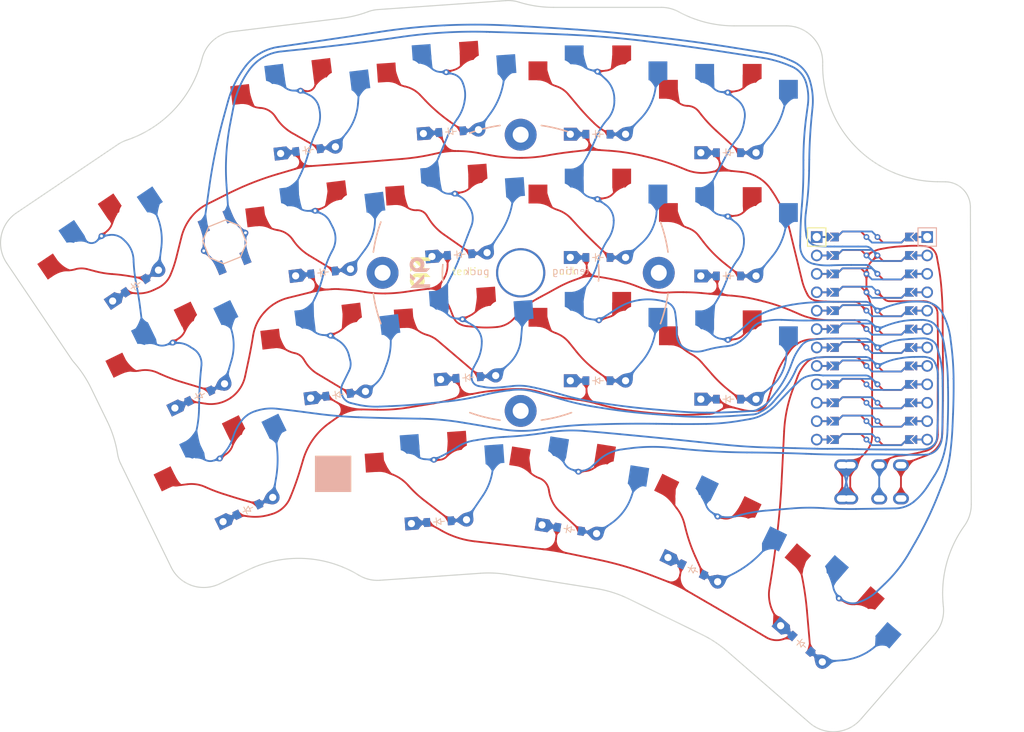
<source format=kicad_pcb>
(kicad_pcb (version 20240108) (generator "pcbnew") (generator_version "8.0")
  (title_block (title "keyboard") (rev "v1.0.0") (company "Unknown"))
  (layers (0 "F.Cu" signal) (31 "B.Cu" jumper) (34 "B.Paste" user) (35 "F.Paste" user) (36 "B.SilkS" user "B.Silkscreen") (37 "F.SilkS" user "F.Silkscreen") (38 "B.Mask" user) (39 "F.Mask" user) (44 "Edge.Cuts" user))
  (net 0 "")
  (net 1 "B1")
  (net 2 "pinkie_bottom")
  (net 3 "pinkie_home")
  (net 4 "pinkie_top")
  (net 5 "F7")
  (net 6 "ring_bottom")
  (net 7 "ring_home")
  (net 8 "ring_top")
  (net 9 "F6")
  (net 10 "middle_bottom")
  (net 11 "middle_home")
  (net 12 "middle_top")
  (net 13 "F5")
  (net 14 "index_bottom")
  (net 15 "index_home")
  (net 16 "index_top")
  (net 17 "F4")
  (net 18 "far_bottom")
  (net 19 "far_home")
  (net 20 "far_top")
  (net 21 "extra_tucky_thumb")
  (net 22 "tucky_thumb")
  (net 23 "resty_thumb")
  (net 24 "reachy_thumb")
  (net 25 "D4")
  (net 26 "D0")
  (net 27 "D1")
  (net 28 "C6")
  (net 29 "RAW")
  (net 30 "GND")
  (net 31 "RST")
  (net 32 "VCC")
  (net 33 "B3")
  (net 34 "B2")
  (net 35 "B6")
  (net 36 "D3")
  (net 37 "D2")
  (net 38 "D7")
  (net 39 "E6")
  (net 40 "B4")
  (net 41 "B5")
  (footprint "E73:SW_TACT_ALPS_SKQGABE010" (layer "F.Cu") (at 176.5363 103.488346 112)
    (property "Reference" "B1" (hide yes))
    (property "Value" "" (hide yes))
  )
  (footprint "ComboDiode" (layer "F.Cu") (at 190.112634 107.715315 7)
    (property "Reference" "D5" (hide yes))
    (property "Value" "" (hide yes))
  )
  (footprint "ComboDiode" (layer "F.Cu") (at 246.031796 125.197301)
    (property "Reference" "D13" (hide yes))
    (property "Value" "" (hide yes))
  )
  (footprint "ComboDiode" (layer "F.Cu") (at 228.031797 105.647301)
    (property "Reference" "D11" (hide yes))
    (property "Value" "" (hide yes))
  )
  (footprint "PG1350" (layer "F.Cu") (at 187.431509 85.879299 7)
    (property "Reference" "S6" (hide yes))
    (property "Value" "" (hide yes))
  )
  (footprint "PG1350" (layer "F.Cu") (at 246.031796 86.197301)
    (property "Reference" "S15" (hide yes))
    (property "Value" "" (hide yes))
  )
  (footprint "ComboDiode" (layer "F.Cu") (at 210.126278 122.207435 4)
    (property "Reference" "D7" (hide yes))
    (property "Value" "" (hide yes))
  )
  (footprint "library:TentingPuck" (layer "F.Cu") (at 217.374251 107.76146 -90)
    (property "Reference" "REF**" (hide yes))
    (property "Value" "Tenting Puck" (hide yes))
  )
  (footprint "ComboDiode" (layer "F.Cu") (at 179.74549 140.415665 26)
    (property "Reference" "D1" (hide yes))
    (property "Value" "" (hide yes))
  )
  (footprint "E73:SW_TACT_ALPS_SKQGABE010" (layer "F.Cu") (at 176.5363 103.488346 112)
    (property "Reference" "B2" (hide yes))
    (property "Value" "" (hide yes))
  )
  (footprint "ComboDiode" (layer "F.Cu") (at 256.109136 158.936111 -41)
    (property "Reference" "D19" (hide yes))
    (property "Value" "" (hide yes))
  )
  (footprint "PG1350" (layer "F.Cu") (at 177.553634 135.921695 26)
    (property "Reference" "S1" (hide yes))
    (property "Value" "" (hide yes))
  )
  (footprint "TRRS-PJ-320A-dual" (layer "F.Cu") (at 273.031796 138.897301 -90)
    (property "Reference" "TRRS1")
    (property "Value" "TRRS-PJ-320A-dual")
  )
  (footprint "ComboDiode" (layer "F.Cu") (at 228.031797 122.647301)
    (property "Reference" "D10" (hide yes))
    (property "Value" "" (hide yes))
  )
  (footprint "PG1350" (layer "F.Cu") (at 205.754389 137.098677 4)
    (property "Reference" "S16" (hide yes))
    (property "Value" "" (hide yes))
  )
  (footprint "ComboDiode" (layer "F.Cu") (at 173.102095 124.741632 26)
    (property "Reference" "D2" (hide yes))
    (property "Value" "" (hide yes))
  )
  (footprint "ComboDiode" (layer "F.Cu") (at 228.031797 88.647301)
    (property "Reference" "D12" (hide yes))
    (property "Value" "" (hide yes))
  )
  (footprint "ComboDiode" (layer "F.Cu") (at 164.250713 109.522941 34)
    (property "Reference" "D3" (hide yes))
    (property "Value" "" (hide yes))
  )
  (footprint "PG1350" (layer "F.Cu") (at 259.389431 155.162563 -41)
    (property "Reference" "S19" (hide yes))
    (property "Value" "" (hide yes))
  )
  (footprint "PG1350" (layer "F.Cu") (at 209.777496 117.219615 4)
    (property "Reference" "S7" (hide yes))
    (property "Value" "" (hide yes))
  )
  (footprint "ComboDiode" (layer "F.Cu") (at 192.184413 124.588599 7)
    (property "Reference" "D4" (hide yes))
    (property "Value" "" (hide yes))
  )
  (footprint "ComboDiode" (layer "F.Cu") (at 188.040855 90.84203 7)
    (property "Reference" "D6" (hide yes))
    (property "Value" "" (hide yes))
  )
  (footprint "ComboDiode" (layer "F.Cu") (at 224.078643 143.136471 -9)
    (property "Reference" "D17" (hide yes))
    (property "Value" "" (hide yes))
  )
  (footprint "PG1350" (layer "F.Cu") (at 189.503288 102.752584 7)
    (property "Reference" "S5" (hide yes))
    (property "Value" "" (hide yes))
  )
  (footprint "ComboDiode" (layer "F.Cu") (at 206.103172 142.086497 4)
    (property "Reference" "D16" (hide yes))
    (property "Value" "" (hide yes))
  )
  (footprint "PG1350" (layer "F.Cu") (at 207.405776 83.302437 4)
    (property "Reference" "S9" (hide yes))
    (property "Value" "" (hide yes))
  )
  (footprint "PG1350" (layer "F.Cu") (at 228.031797 117.647301)
    (property "Reference" "S10" (hide yes))
    (property "Value" "" (hide yes))
  )
  (footprint "PG1350" (layer "F.Cu") (at 243.311204 144.210692 -26)
    (property "Reference" "S18" (hide yes))
    (property "Value" "" (hide yes))
  )
  (footprint "PG1350" (layer "F.Cu") (at 161.454748 105.377753 34)
    (property "Reference" "S3" (hide yes))
    (property "Value" "" (hide yes))
  )
  (footprint "ProMicro" (layer "F.Cu") (at 265.831796 116.797301 -90)
    (property "Reference" "_1" (hide yes))
    (property "Value" "")
  )
  (footprint "PG1350" (layer "F.Cu") (at 246.031796 103.197301)
    (property "Reference" "S14" (hide yes))
    (property "Value" "" (hide yes))
  )
  (footprint "PG1350" (layer "F.Cu") (at 208.591636 100.261026 4)
    (property "Reference" "S8" (hide yes))
    (property "Value" "" (hide yes))
  )
  (footprint "ComboDiode" (layer "F.Cu") (at 241.119348 148.704663 -26)
    (property "Reference" "D18" (hide yes))
    (property "Value" "" (hide yes))
  )
  (footprint "PG1350" (layer "F.Cu") (at 228.031797 100.647301)
    (property "Reference" "S11" (hide yes))
    (property "Value" "" (hide yes))
  )
  (footprint "PG1350" (layer "F.Cu") (at 246.031796 120.197301)
    (property "Reference" "S13" (hide yes))
    (property "Value" "" (hide yes))
  )
  (footprint "ComboDiode" (layer "F.Cu") (at 246.031796 91.197301)
    (property "Reference" "D15" (hide yes))
    (property "Value" "" (hide yes))
  )
  (footprint "ComboDiode" (layer "F.Cu") (at 208.940418 105.248846 4)
    (property "Reference" "D8" (hide yes))
    (property "Value" "" (hide yes))
  )
  (footprint "PG1350" (layer "F.Cu") (at 170.910239 120.247662 26)
    (property "Reference" "S2" (hide yes))
    (property "Value" "" (hide yes))
  )
  (footprint "ComboDiode" (layer "F.Cu") (at 246.031796 108.197301)
    (property "Reference" "D14" (hide yes))
    (property "Value" "" (hide yes))
  )
  (footprint "PG1350" (layer "F.Cu") (at 224.860815 138.198029 -9)
    (property "Reference" "S17" (hide yes))
    (property "Value" "" (hide yes))
  )
  (footprint "ComboDiode" (layer "F.Cu") (at 207.754558 88.290257 4)
    (property "Reference" "D9" (hide yes))
    (property "Value" "" (hide yes))
  )
  (footprint "PG1350" (layer "F.Cu") (at 228.031797 83.647301)
    (property "Reference" "S12" (hide yes))
    (property "Value" "" (hide yes))
  )
  (footprint "PG1350" (layer "F.Cu") (at 191.575067 119.625869 7)
    (property "Reference" "S4" (hide yes))
    (property "Value" "" (hide yes))
  )
  (gr_rect (start 189 133) (end 194 138) (fill solid) (layer "B.SilkS"))
  (gr_rect (start 189 133) (end 194 138) (fill solid) (layer "F.SilkS"))
  (gr_line (start 264.280869 169.350898) (end 274.48495 157.612445) (stroke (width 0.15)) (layer "Edge.Cuts"))
  (gr_arc (start 162.208835 134.115432) (mid 161.936391 133.43397) (end 161.766637 132.719968) (stroke (width 0.15)) (layer "Edge.Cuts"))
  (gr_arc (start 221.887841 71.147301) (mid 219.492708 70.967015) (end 217.151552 70.430218) (stroke (width 0.15)) (layer "Edge.Cuts"))
  (gr_line (start 236.774248 71.147301) (end 221.887841 71.147301) (stroke (width 0.15)) (layer "Edge.Cuts"))
  (gr_arc (start 264.280213 169.351652) (mid 260.855448 171.059177) (end 257.22637 169.844905) (stroke (width 0.15)) (layer "Edge.Cuts"))
  (gr_arc (start 275.950871 95.20996) (mid 278.395753 96.245585) (end 279.410228 98.699346) (stroke (width 0.15)) (layer "Edge.Cuts"))
  (gr_line (start 232.277335 152.736639) (end 242.385668 157.666803) (stroke (width 0.15)) (layer "Edge.Cuts"))
  (gr_line (start 161.812538 90.058697) (end 147.832536 99.488327) (stroke (width 0.15)) (layer "Edge.Cuts"))
  (gr_arc (start 236.774248 71.147301) (mid 238.006262 71.301463) (end 239.162303 71.754444) (stroke (width 0.15)) (layer "Edge.Cuts"))
  (gr_arc (start 173.429212 78.221169) (mid 174.969792 75.696723) (end 177.667256 74.484326) (stroke (width 0.15)) (layer "Edge.Cuts"))
  (gr_line (start 158.103446 123.645082) (end 160.351603 128.254486) (stroke (width 0.15)) (layer "Edge.Cuts"))
  (gr_line (start 275.950871 95.20996) (end 274.880137 95.19753) (stroke (width 0.15)) (layer "Edge.Cuts"))
  (gr_line (start 162.208835 134.115432) (end 169.157095 148.361475) (stroke (width 0.15)) (layer "Edge.Cuts"))
  (gr_arc (start 197.968941 150.173612) (mid 196.444589 150.045631) (end 195.030272 149.462764) (stroke (width 0.15)) (layer "Edge.Cuts"))
  (gr_line (start 245.870923 159.973766) (end 257.22637 169.844905) (stroke (width 0.15)) (layer "Edge.Cuts"))
  (gr_line (start 197.968941 150.173612) (end 211.826482 149.204598) (stroke (width 0.15)) (layer "Edge.Cuts"))
  (gr_line (start 279.531796 139.697301) (end 279.410228 98.699346) (stroke (width 0.15)) (layer "Edge.Cuts"))
  (gr_arc (start 246.804079 73.697301) (mid 242.861636 73.203982) (end 239.162303 71.754444) (stroke (width 0.15)) (layer "Edge.Cuts"))
  (gr_arc (start 160.351985 128.25527) (mid 161.223556 130.435577) (end 161.766637 132.719968) (stroke (width 0.15)) (layer "Edge.Cuts"))
  (gr_arc (start 254.031796 73.697301) (mid 257.56733 75.161767) (end 259.031796 78.697301) (stroke (width 0.15)) (layer "Edge.Cuts"))
  (gr_arc (start 155.774231 120.134687) (mid 155.577013 119.894141) (end 155.395134 119.641797) (stroke (width 0.15)) (layer "Edge.Cuts"))
  (gr_arc (start 275.680231 153.774709) (mid 275.485221 155.818978) (end 274.48495 157.612445) (stroke (width 0.15)) (layer "Edge.Cuts"))
  (gr_line (start 146.483313 106.429479) (end 155.395134 119.641797) (stroke (width 0.15)) (layer "Edge.Cuts"))
  (gr_arc (start 211.826482 149.204599) (mid 213.640496 149.180852) (end 215.445537 149.36261) (stroke (width 0.15)) (layer "Edge.Cuts"))
  (gr_line (start 215.322679 70.218309) (end 197.701791 71.450482) (stroke (width 0.15)) (layer "Edge.Cuts"))
  (gr_arc (start 245.870922 159.973766) (mid 245.870465 159.973369) (end 245.870009 159.972972) (stroke (width 0.15)) (layer "Edge.Cuts"))
  (gr_arc (start 242.386567 157.66724) (mid 244.203621 158.705772) (end 245.869573 159.972592) (stroke (width 0.15)) (layer "Edge.Cuts"))
  (gr_arc (start 215.322679 70.21831) (mid 216.246953 70.23936) (end 217.151552 70.430218) (stroke (width 0.15)) (layer "Edge.Cuts"))
  (gr_arc (start 275.680231 153.774709) (mid 276.098368 147.953063) (end 278.57674 142.668739) (stroke (width 0.15)) (layer "Edge.Cuts"))
  (gr_arc (start 146.483314 106.429479) (mid 145.720365 102.67947) (end 147.832536 99.488327) (stroke (width 0.15)) (layer "Edge.Cuts"))
  (gr_arc (start 196.30312 71.753603) (mid 196.991554 71.551741) (end 197.701791 71.450482) (stroke (width 0.15)) (layer "Edge.Cuts"))
  (gr_line (start 215.445537 149.36261) (end 227.765449 151.313892) (stroke (width 0.15)) (layer "Edge.Cuts"))
  (gr_arc (start 155.774232 120.134686) (mid 157.054641 121.812524) (end 158.103064 123.644297) (stroke (width 0.15)) (layer "Edge.Cuts"))
  (gr_arc (start 175.842921 150.663589) (mid 172.023225 150.897212) (end 169.157095 148.361475) (stroke (width 0.15)) (layer "Edge.Cuts"))
  (gr_line (start 254.031796 73.697301) (end 246.804079 73.697301) (stroke (width 0.15)) (layer "Edge.Cuts"))
  (gr_arc (start 161.812538 90.058697) (mid 162.393958 89.721052) (end 163.015421 89.464466) (stroke (width 0.15)) (layer "Edge.Cuts"))
  (gr_arc (start 274.880137 95.19753) (mid 263.664595 90.45821) (end 259.031796 79.198249) (stroke (width 0.15)) (layer "Edge.Cuts"))
  (gr_line (start 175.84382 150.663151) (end 179.728698 148.768369) (stroke (width 0.15)) (layer "Edge.Cuts"))
  (gr_arc (start 227.766311 151.314029) (mid 230.074207 151.857566) (end 232.276436 152.736201) (stroke (width 0.15)) (layer "Edge.Cuts"))
  (gr_arc (start 279.531796 139.6973) (mid 279.287165 141.257875) (end 278.57674 142.668739) (stroke (width 0.15)) (layer "Edge.Cuts"))
  (gr_arc (start 173.429212 78.221169) (mid 169.655999 85.170726) (end 163.015421 89.464466) (stroke (width 0.15)) (layer "Edge.Cuts"))
  (gr_line (start 192.661179 72.643304) (end 177.667256 74.484326) (stroke (width 0.15)) (layer "Edge.Cuts"))
  (gr_arc (start 179.728698 148.768369) (mid 187.467979 147.165524) (end 195.030272 149.462764) (stroke (width 0.15)) (layer "Edge.Cuts"))
  (gr_arc (start 196.30312 71.753603) (mid 194.508298 72.305492) (end 192.661179 72.643304) (stroke (width 0.15)) (layer "Edge.Cuts"))
  (gr_line (start 259.031796 79.198249) (end 259.031796 78.697301) (stroke (width 0.15)) (layer "Edge.Cuts"))
  (segment (start 177.740752 131.041601) (end 177.888876 129.138205) (width 0.25) (layer "F.Cu") (net 1))
  (segment (start 169.367497 117.394628) (end 170.286244 116.74955) (width 0.25) (layer "F.Cu") (net 1))
  (segment (start 160.4146 101.912764) (end 159.554497 102.694677) (width 0.25) (layer "F.Cu") (net 1))
  (segment (start 161.078066 99.985208) (end 160.842648 98.613623) (width 0.25) (layer "F.Cu") (net 1))
  (segment (start 176.756568 132.759205) (end 175.857369 133.384735) (width 0.25) (layer "F.Cu") (net 1))
  (segment (start 171.222204 114.982009) (end 171.245481 113.464172) (width 0.25) (layer "F.Cu") (net 1))
  (via (at 159.554497 102.694677) (size 0.8) (drill 0.4) (layers "F.Cu" "B.Cu") (net 1))
  (via (at 175.857369 133.384735) (size 0.8) (drill 0.4) (layers "F.Cu" "B.Cu") (net 1))
  (via (at 169.367497 117.394628) (size 0.8) (drill 0.4) (layers "F.Cu" "B.Cu") (net 1))
  (arc (start 177.740752 131.041601) (mid 177.441906 132.011133) (end 176.756568 132.759205) (width 0.25) (layer "F.Cu") (net 1))
  (arc (start 170.286244 116.74955) (mid 170.966593 115.978234) (end 171.222204 114.982009) (width 0.25) (layer "F.Cu") (net 1))
  (arc (start 160.4146 101.912764) (mid 160.993187 101.033953) (end 161.078066 99.985208) (width 0.25) (layer "F.Cu") (net 1))
  (segment (start 173.022803 125.516821) (end 173.007882 126.471764) (width 0.25) (layer "B.Cu") (net 1))
  (segment (start 183.745594 126.512428) (end 184.036786 126.544995) (width 0.25) (layer "B.Cu") (net 1))
  (segment (start 173.271591 121.205843) (end 173.339475 120.526999) (width 0.25) (layer "B.Cu") (net 1))
  (segment (start 175.857369 133.384735) (end 175.036361 133.658404) (width 0.25) (layer "B.Cu") (net 1))
  (segment (start 157.634229 103.525515) (end 155.412452 102.276336) (width 0.25) (layer "B.Cu") (net 1))
  (segment (start 169.367497 117.394628) (end 168.487845 117.707393) (width 0.25) (layer "B.Cu") (net 1))
  (segment (start 189.220453 127.194159) (end 187.442749 126.959865) (width 0.25) (layer "B.Cu") (net 1))
  (segment (start 172.238669 118.262274) (end 171.676373 117.904827) (width 0.25) (layer "B.Cu") (net 1))
  (segment (start 257.575861 121.899588) (end 257.264607 121.955406) (width 0.25) (layer "B.Cu") (net 1))
  (segment (start 258.575101 121.865364) (end 259.074373 121.919989) (width 0.25) (layer "B.Cu") (net 1))
  (segment (start 176.570687 132.528005) (end 175.857369 133.384735) (width 0.25) (layer "B.Cu") (net 1))
  (segment (start 163.973691 105.943129) (end 163.988896 106.273836) (width 0.25) (layer "B.Cu") (net 1))
  (segment (start 265.659388 122.212893) (end 266.593796 123.147301) (width 0.25) (layer "B.Cu") (net 1))
  (segment (start 169.367497 117.394628) (end 170.179109 117.431796) (width 0.25) (layer "B.Cu") (net 1))
  (segment (start 227.763277 128.673778) (end 226.768901 128.706939) (width 0.25) (layer "B.Cu") (net 1))
  (segment (start 159.554497 102.694677) (end 160.674547 102.544119) (width 0.25) (layer "B.Cu") (net 1))
  (segment (start 255.640957 122.855785) (end 255.853763 122.658599) (width 0.25) (layer "B.Cu") (net 1))
  (segment (start 166.109631 116.898038) (end 166.860882 117.460573) (width 0.25) (layer "B.Cu") (net 1))
  (segment (start 162.601148 103.185177) (end 162.850179 103.429596) (width 0.25) (layer "B.Cu") (net 1))
  (segment (start 173.561965 133.364593) (end 172.714796 132.628809) (width 0.25) (layer "B.Cu") (net 1))
  (segment (start 172.245924 131.097237) (end 172.490074 130.184938) (width 0.25) (layer "B.Cu") (net 1))
  (segment (start 164.886385 112.576963) (end 165.241439 115.404294) (width 0.25) (layer "B.Cu") (net 1))
  (segment (start 180.753864 126.849841) (end 180.974478 126.780557) (width 0.25) (layer "B.Cu") (net 1))
  (segment (start 159.554497 102.694677) (end 158.968063 103.320206) (width 0.25) (layer "B.Cu") (net 1))
  (segment (start 219.972926 129.378053) (end 220.493762 129.297094) (width 0.25) (layer "B.Cu") (net 1))
  (segment (start 209.311493 128.410214) (end 209.595828 128.457296) (width 0.25) (layer "B.Cu") (net 1))
  (segment (start 254.063897 124.420441) (end 252.683143 125.887174) (width 0.25) (layer "B.Cu") (net 1))
  (segment (start 203.514518 127.884443) (end 200.835162 127.839414) (width 0.25) (layer "B.Cu") (net 1))
  (segment (start 238.253798 128.614935) (end 236.064858 128.587475) (width 0.25) (layer "B.Cu") (net 1))
  (segment (start 259.085676 121.92) (end 264.952281 121.92) (width 0.25) (layer "B.Cu") (net 1))
  (segment (start 177.776313 130.219599) (end 177.642043 130.615521) (width 0.25) (layer "B.Cu") (net 1))
  (segment (start 248.99578 127.935172) (end 247.630473 128.169142) (width 0.25) (layer "B.Cu") (net 1))
  (arc (start 170.179109 117.431796) (mid 170.958691 117.570344) (end 171.676373 117.904827) (width 0.25) (layer "B.Cu") (net 1))
  (arc (start 180.753864 126.849841) (mid 179.72147 127.356564) (end 178.888072 128.149061) (width 0.25) (layer "B.Cu") (net 1))
  (arc (start 164.374908 109.430772) (mid 164.65915 110.999233) (end 164.886385 112.576963) (width 0.25) (layer "B.Cu") (net 1))
  (arc (start 168.487845 117.707393) (mid 167.643366 117.788311) (end 166.860882 117.460573) (width 0.25) (layer "B.Cu") (net 1))
  (arc (start 226.768901 128.706939) (mid 223.622412 128.907177) (end 220.493762 129.297094) (width 0.25) (layer "B.Cu") (net 1))
  (arc (start 157.634229 103.525515) (mid 158.33659 103.65313) (end 158.968063 103.320206) (width 0.25) (layer "B.Cu") (net 1))
  (arc (start 183.745594 126.512428) (mid 182.346054 126.501986) (end 180.974478 126.780557) (width 0.25) (layer "B.Cu") (net 1))
  (arc (start 259.085676 121.92) (mid 259.082845 121.920037) (end 259.080017 121.920149) (width 0.25) (layer "B.Cu") (net 1))
  (arc (start 242.958946 128.6055) (mid 245.303067 128.476804) (end 247.630473 128.169142) (width 0.25) (layer "B.Cu") (net 1))
  (arc (start 219.972926 129.378053) (mid 217.375846 129.567732) (end 214.782316 129.334485) (width 0.25) (layer "B.Cu") (net 1))
  (arc (start 163.973691 105.943129) (mid 163.649988 104.579956) (end 162.850179 103.429596) (width 0.25) (layer "B.Cu") (net 1))
  (arc (start 172.490074 130.184938) (mid 172.863241 128.344285) (end 173.007882 126.471764) (width 0.25) (layer "B.Cu") (net 1))
  (arc (start 162.601148 103.185177) (mid 161.712024 102.641719) (end 160.674547 102.544119) (width 0.25) (layer "B.Cu") (net 1))
  (arc (start 177.776313 130.219599) (mid 178.246169 129.138141) (end 178.888072 128.149061) (width 0.25) (layer "B.Cu") (net 1))
  (arc (start 173.561965 133.364593) (mid 174.260205 133.706997) (end 175.036361 133.658404) (width 0.25) (layer "B.Cu") (net 1))
  (arc (start 195.015534 127.682514) (mid 197.92495 127.775731) (end 200.835162 127.839414) (width 0.25) (layer "B.Cu") (net 1))
  (arc (start 173.022803 125.516821) (mid 173.101901 123.358718) (end 173.271591 121.205843) (width 0.25) (layer "B.Cu") (net 1))
  (arc (start 172.238669 118.262274) (mid 173.109855 119.238714) (end 173.339475 120.526999) (width 0.25) (layer "B.Cu") (net 1))
  (arc (start 257.575861 121.899588) (mid 258.074253 121.846638) (end 258.575101 121.865364) (width 0.25) (layer "B.Cu") (net 1))
  (arc (start 259.080017 121.920149) (mid 259.077192 121.920183) (end 259.074373 121.919989) (width 0.25) (layer "B.Cu") (net 1))
  (arc (start 184.036786 126.544995) (mid 185.740787 126.744059) (end 187.442749 126.959865) (width 0.25) (layer "B.Cu") (net 1))
  (arc (start 251.001949 127.213869) (mid 251.891557 126.612628) (end 252.683143 125.887174) (width 0.25) (layer "B.Cu") (net 1))
  (arc (start 227.763277 128.673778) (mid 231.913572 128.583015) (end 236.064858 128.587475) (width 0.25) (layer "B.Cu") (net 1))
  (arc (start 209.595828 128.457296) (mid 212.189828 128.891419) (end 214.782316 129.334485) (width 0.25) (layer "B.Cu") (net 1))
  (arc (start 177.642043 130.615521) (mid 177.194432 131.621097) (end 176.570687 132.528005) (width 0.25) (layer "B.Cu") (net 1))
  (arc (start 248.99578 127.935172) (mid 250.03058 127.662732) (end 251.001949 127.213869) (width 0.25) (layer "B.Cu") (net 1))
  (arc (start 238.253798 128.614935) (mid 240.606406 128.627332) (end 242.958946 128.6055) (width 0.25) (layer "B.Cu") (net 1))
  (arc (start 164.374908 109.430772) (mid 164.122108 107.859615) (end 163.988896 106.273836) (width 0.25) (layer "B.Cu") (net 1))
  (arc (start 255.640957 122.855785) (mid 254.839073 123.624653) (end 254.063897 124.420441) (width 0.25) (layer "B.Cu") (net 1))
  (arc (start 257.264607 121.955406) (mid 256.508752 122.205818) (end 255.853763 122.658599) (width 0.25) (layer "B.Cu") (net 1))
  (arc (start 203.514518 127.884443) (mid 206.42269 128.04055) (end 209.311493 128.410214) (width 0.25) (layer "B.Cu") (net 1))
  (arc (start 195.015534 127.682514) (mid 192.112258 127.506395) (end 189.220453 127.194159) (width 0.25) (layer "B.Cu") (net 1))
  (arc (start 265.659388 122.212893) (mid 265.334965 121.99612) (end 264.952281 121.92) (width 0.25) (layer "B.Cu") (net 1))
  (segment (start 179.911671 139.33054) (end 181.2285 139.692353) (width 0.25) (layer "F.Cu") (net 2))
  (segment (start 181.2285 139.692353) (end 183.169895 138.745471) (width 0.25) (layer "F.Cu") (net 2))
  (segment (start 169.943572 137.10742) (end 171.382198 136.927591) (width 0.25) (layer "F.Cu") (net 2))
  (segment (start 177.292823 138.556788) (end 176.337691 138.254598) (width 0.25) (layer "F.Cu") (net 2))
  (arc (start 171.382198 136.927591) (mid 172.66051 136.945238) (end 173.885517 137.310958) (width 0.25) (layer "F.Cu") (net 2))
  (arc (start 179.911671 139.33054) (mid 178.598544 138.956194) (end 177.292823 138.556788) (width 0.25) (layer "F.Cu") (net 2))
  (arc (start 169.943572 137.10742) (mid 169.359354 137.03211) (end 168.884535 136.6835) (width 0.25) (layer "F.Cu") (net 2))
  (arc (start 176.337691 138.254598) (mid 175.097225 137.820142) (end 173.885517 137.310958) (width 0.25) (layer "F.Cu") (net 2))
  (segment (start 183.169895 138.745471) (end 181.2285 139.692353) (width 0.25) (layer "B.Cu") (net 2))
  (segment (start 183.625389 136.108787) (end 183.169895 138.745471) (width 0.25) (layer "B.Cu") (net 2))
  (segment (start 183.692587 131.322273) (end 183.347263 128.923696) (width 0.25) (layer "B.Cu") (net 2))
  (arc (start 183.692587 131.322273) (mid 183.847277 133.718173) (end 183.625389 136.108787) (width 0.25) (layer "B.Cu") (net 2))
  (segment (start 167.266236 121.535598) (end 167.627666 121.699264) (width 0.25) (layer "F.Cu") (net 3))
  (segment (start 164.690186 121.269203) (end 164.900443 121.232952) (width 0.25) (layer "F.Cu") (net 3))
  (segment (start 174.585105 124.01832) (end 176.5265 123.071438) (width 0.25) (layer "F.Cu") (net 3))
  (segment (start 170.700211 122.850783) (end 174.585105 124.01832) (width 0.25) (layer "F.Cu") (net 3))
  (arc (start 170.700211 122.850783) (mid 169.14475 122.326223) (end 167.627666 121.699264) (width 0.25) (layer "F.Cu") (net 3))
  (arc (start 167.266236 121.535598) (mid 166.106052 121.206725) (end 164.900443 121.232952) (width 0.25) (layer "F.Cu") (net 3))
  (arc (start 164.690186 121.269203) (mid 163.696213 121.279219) (end 162.749949 120.974809) (width 0.25) (layer "F.Cu") (net 3))
  (segment (start 177.420402 115.447721) (end 176.703868 113.249663) (width 0.25) (layer "B.Cu") (net 3))
  (segment (start 176.5265 123.071438) (end 177.479088 119.862109) (width 0.25) (layer "B.Cu") (net 3))
  (segment (start 176.5265 123.071438) (end 174.585105 124.01832) (width 0.25) (layer "B.Cu") (net 3))
  (arc (start 177.420402 115.447721) (mid 177.785395 117.650453) (end 177.479088 119.862109) (width 0.25) (layer "B.Cu") (net 3))
  (segment (start 165.618625 108.600273) (end 167.409346 107.392416) (width 0.25) (layer "F.Cu") (net 4))
  (segment (start 157.562072 107.252106) (end 158.760273 107.565397) (width 0.25) (layer "F.Cu") (net 4))
  (segment (start 154.206175 107.327145) (end 152.497489 106.896183) (width 0.25) (layer "F.Cu") (net 4))
  (segment (start 165.618625 108.600273) (end 163.345378 108.213106) (width 0.25) (layer "F.Cu") (net 4))
  (arc (start 161.042184 107.938642) (mid 159.892487 107.805461) (end 158.760273 107.565397) (width 0.25) (layer "F.Cu") (net 4))
  (arc (start 155.885064 107.285963) (mid 155.048433 107.421252) (end 154.206175 107.327145) (width 0.25) (layer "F.Cu") (net 4))
  (arc (start 161.042184 107.938642) (mid 162.197218 108.047027) (end 163.345378 108.213106) (width 0.25) (layer "F.Cu") (net 4))
  (arc (start 157.562072 107.252106) (mid 156.721217 107.152611) (end 155.885064 107.285963) (width 0.25) (layer "F.Cu") (net 4))
  (segment (start 167.409346 107.392416) (end 167.803915 104.272814) (width 0.25) (layer "B.Cu") (net 4))
  (segment (start 167.158278 99.79265) (end 166.218061 97.641541) (width 0.25) (layer "B.Cu") (net 4))
  (segment (start 167.409346 107.392416) (end 165.618625 108.600273) (width 0.25) (layer "B.Cu") (net 4))
  (arc (start 167.158278 99.79265) (mid 167.784146 101.989059) (end 167.803915 104.272814) (width 0.25) (layer "B.Cu") (net 4))
  (segment (start 191.171767 97.819055) (end 192.028754 96.447812) (width 0.25) (layer "F.Cu") (net 5))
  (segment (start 187.003646 82.643411) (end 187.845287 82.711285) (width 0.25) (layer "F.Cu") (net 5))
  (segment (start 189.012726 99.204748) (end 189.854368 98.892526) (width 0.25) (layer "F.Cu") (net 5))
  (segment (start 193.352983 114.74567) (end 194.100533 113.321097) (width 0.25) (layer "F.Cu") (net 5))
  (segment (start 188.998026 81.994184) (end 189.956975 79.574527) (width 0.25) (layer "F.Cu") (net 5))
  (segment (start 207.292684 132.935021) (end 208.60636 130.934718) (width 0.25) (layer "F.Cu") (net 5))
  (segment (start 192.019053 116.013445) (end 191.136687 116.420691) (width 0.25) (layer "F.Cu") (net 5))
  (segment (start 205.399289 133.555913) (end 206.142105 133.555913) (width 0.25) (layer "F.Cu") (net 5))
  (via (at 191.136687 116.420691) (size 0.8) (drill 0.4) (layers "F.Cu" "B.Cu") (net 5))
  (via (at 187.003646 82.643411) (size 0.8) (drill 0.4) (layers "F.Cu" "B.Cu") (net 5))
  (via (at 189.012726 99.204748) (size 0.8) (drill 0.4) (layers "F.Cu" "B.Cu") (net 5))
  (via (at 205.399289 133.555913) (size 0.8) (drill 0.4) (layers "F.Cu" "B.Cu") (net 5))
  (arc (start 187.845287 82.711285) (mid 188.539874 82.542768) (end 188.998026 81.994184) (width 0.25) (layer "F.Cu") (net 5))
  (arc (start 192.019053 116.013445) (mid 192.790776 115.489783) (end 193.352983 114.74567) (width 0.25) (layer "F.Cu") (net 5))
  (arc (start 206.142105 133.555913) (mid 206.795813 133.390785) (end 207.292684 132.935021) (width 0.25) (layer "F.Cu") (net 5))
  (arc (start 191.171767 97.819055) (mid 190.602026 98.464963) (end 189.854368 98.892526) (width 0.25) (layer "F.Cu") (net 5))
  (segment (start 257.161304 131.999688) (end 257.929286 132.019592) (width 0.25) (layer "B.Cu") (net 5))
  (segment (start 188.491514 115.41248) (end 188.045435 114.76591) (width 0.25) (layer "B.Cu") (net 5))
  (segment (start 207.342504 125.49243) (end 205.113552 125.729051) (width 0.25) (layer "B.Cu") (net 5))
  (segment (start 274.945879 124.02812) (end 274.91776 121.816067) (width 0.25) (layer "B.Cu") (net 5))
  (segment (start 191.459057 101.487572) (end 191.066972 100.722529) (width 0.25) (layer "B.Cu") (net 5))
  (segment (start 193.709821 121.258773) (end 192.814928 123.075232) (width 0.25) (layer "B.Cu") (net 5))
  (segment (start 265.659388 119.672893) (end 266.593796 120.607301) (width 0.25) (layer "B.Cu") (net 5))
  (segment (start 267.410389 120.232193) (end 266.593796 120.607301) (width 0.25) (layer "B.Cu") (net 5))
  (segment (start 253.480422 124.11177) (end 252.230322 125.55912) (width 0.25) (layer "B.Cu") (net 5))
  (segment (start 263.162978 132.063976) (end 263.77383 132.079999) (width 0.25) (layer "B.Cu") (net 5))
  (segment (start 252.32059 131.875274) (end 253.188162 131.897482) (width 0.25) (layer "B.Cu") (net 5))
  (segment (start 211.42787 130.814164) (end 210.870787 130.909722) (width 0.25) (layer "B.Cu") (net 5))
  (segment (start 208.61739 131.805924) (end 208.597542 131.819133) (width 0.25) (layer "B.Cu") (net 5))
  (segment (start 205.399289 133.555913) (end 204.168497 133.473859) (width 0.25) (layer "B.Cu") (net 5))
  (segment (start 215.805109 123.972819) (end 216.078605 123.939035) (width 0.25) (layer "B.Cu") (net 5))
  (segment (start 189.260106 88.113987) (end 189.230606 88.175515) (width 0.25) (layer "B.Cu") (net 5))
  (segment (start 255.241345 131.950205) (end 253.188162 131.897482) (width 0.25) (layer "B.Cu") (net 5))
  (segment (start 257.161304 131.999688) (end 256.777313 131.989768) (width 0.25) (layer "B.Cu") (net 5))
  (segment (start 245.277151 131.450146) (end 241.924889 131.096912) (width 0.25) (layer "B.Cu") (net 5))
  (segment (start 187.003646 82.643411) (end 186.06698 82.629836) (width 0.25) (layer "B.Cu") (net 5))
  (segment (start 272.904408 132.118714) (end 272.48725 132.125825) (width 0.25) (layer "B.Cu") (net 5))
  (segment (start 228.645752 126.41397) (end 227.570226 126.240498) (width 0.25) (layer "B.Cu") (net 5))
  (segment (start 212.256274 124.615517) (end 211.805869 124.723554) (width 0.25) (layer "B.Cu") (net 5))
  (segment (start 194.687729 125.902435) (end 193.95959 125.727296) (width 0.25) (layer "B.Cu") (net 5))
  (segment (start 193.671899 119.089211) (end 193.85992 119.830833) (width 0.25) (layer "B.Cu") (net 5))
  (segment (start 189.012726 99.204748) (end 188.04891 99.218323) (width 0.25) (layer "B.Cu") (net 5))
  (segment (start 186.902806 94.417608) (end 185.868615 96.544639) (width 0.25) (layer "B.Cu") (net 5))
  (segment (start 251.669908 131.858703) (end 252.103696 131.869739) (width 0.25) (layer "B.Cu") (net 5))
  (segment (start 250.743109 126.783993) (end 250.318918 127.026609) (width 0.25) (layer "B.Cu") (net 5))
  (segment (start 184.569991 81.86555) (end 183.455798 80.372771) (width 0.25) (layer "B.Cu") (net 5))
  (segment (start 258.313276 132.029574) (end 257.929286 132.019592) (width 0.25) (layer "B.Cu") (net 5))
  (segment (start 189.012726 99.204748) (end 189.835161 99.564248) (width 0.25) (layer "B.Cu") (net 5))
  (segment (start 191.445822 104.608367) (end 191.28172 104.921986) (width 0.25) (layer "B.Cu") (net 5))
  (segment (start 251.453014 131.853203) (end 251.669908 131.858703) (width 0.25) (layer "B.Cu") (net 5))
  (segment (start 233.06818 130.208599) (end 231.107044 130.02184) (width 0.25) (layer "B.Cu") (net 5))
  (segment (start 270.182709 132.142753) (end 267.767889 132.137071) (width 0.25) (layer "B.Cu") (net 5))
  (segment (start 188.128505 91.12885) (end 188.096834 91.244521) (width 0.25) (layer "B.Cu") (net 5))
  (segment (start 274.877358 128.794379) (end 274.809003 130.442075) (width 0.25) (layer "B.Cu") (net 5))
  (segment (start 238.81643 127.49179) (end 235.590045 127.2417) (width 0.25) (layer "B.Cu") (net 5))
  (segment (start 187.944018 113.413475) (end 189.019727 111.210439) (width 0.25) (layer "B.Cu") (net 5))
  (segment (start 192.24341 117.120357) (end 191.136687 116.420691) (width 0.25) (layer "B.Cu") (net 5))
  (segment (start 205.399289 133.555913) (end 206.49243 133.024249) (width 0.25) (layer "B.Cu") (net 5))
  (segment (start 189.578759 85.046019) (end 189.621563 85.262892) (width 0.25) (layer "B.Cu") (net 5))
  (segment (start 258.226725 119.449424) (end 257.056496 119.702435) (width 0.25) (layer "B.Cu") (net 5))
  (segment (start 197.917305 126.217578) (end 199.229507 126.163089) (width 0.25) (layer "B.Cu") (net 5))
  (segment (start 259.936094 119.38) (end 264.952281 119.38) (width 0.25) (layer "B.Cu") (net 5))
  (segment (start 186.490228 98.47344) (end 186.008902 97.859748) (width 0.25) (layer "B.Cu") (net 5))
  (segment (start 215.705742 130.366253) (end 215.008229 130.406111) (width 0.25) (layer "B.Cu") (net 5))
  (segment (start 255.241345 131.950205) (end 256.777313 131.989768) (width 0.25) (layer "B.Cu") (net 5))
  (segment (start 260.390862 132.037602) (end 259.698261 132.042587) (width 0.25) (layer "B.Cu") (net 5))
  (segment (start 269.106609 119.673267) (end 269.368491 119.618542) (width 0.25) (layer "B.Cu") (net 5))
  (segment (start 222.88044 125.169563) (end 222.037228 124.918766) (width 0.25) (layer "B.Cu") (net 5))
  (segment (start 252.103696 131.869739) (end 252.32059 131.875274) (width 0.25) (layer "B.Cu") (net 5))
  (segment (start 272.825081 119.350817) (end 271.676073 119.365301) (width 0.25) (layer "B.Cu") (net 5))
  (segment (start 247.217624 127.46499) (end 249.407357 127.304865) (width 0.25) (layer "B.Cu") (net 5))
  (segment (start 255.385763 121.043079) (end 255.211155 121.422515) (width 0.25) (layer "B.Cu") (net 5))
  (segment (start 188.165996 83.210335) (end 187.003646 82.643411) (width 0.25) (layer "B.Cu") (net 5))
  (segment (start 190.107259 116.341504) (end 191.136687 116.420691) (width 0.25) (layer "B.Cu") (net 5))
  (segment (start 274.612328 120.390796) (end 274.52304 120.18508) (width 0.25) (layer "B.Cu") (net 5))
  (segment (start 221.242082 129.753506) (end 220.678803 129.840662) (width 0.25) (layer "B.Cu") (net 5))
  (arc (start 274.945879 124.02812) (mid 274.943895 126.411713) (end 274.877358 128.794379) (width 0.25) (layer "B.Cu") (net 5))
  (arc (start 238.81643 127.49179) (mid 240.915003 127.609186) (end 243.016683 127.636362) (width 0.25) (layer "B.Cu") (net 5))
  (arc (start 241.924889 131.096912) (mid 237.497649 130.641639) (end 233.06818 130.208599) (width 0.25) (layer "B.Cu") (net 5))
  (arc (start 274.612328 120.390796) (mid 274.835967 121.088232) (end 274.91776 121.816067) (width 0.25) (layer "B.Cu") (net 5))
  (arc (start 247.217624 127.46499) (mid 245.118534 127.584522) (end 243.016683 127.636362) (width 0.25) (layer "B.Cu") (net 5))
  (arc (start 188.128505 91.12885) (mid 188.613129 89.627394) (end 189.230606 88.175515) (width 0.25) (layer "B.Cu") (net 5))
  (arc (start 274.809003 130.442075) (mid 274.637567 131.106054) (end 274.208985 131.641383) (width 0.25) (layer "B.Cu") (net 5))
  (arc (start 258.313276 132.029574) (mid 259.005714 132.041825) (end 259.698261 132.042587) (width 0.25) (layer "B.Cu") (net 5))
  (arc (start 267.767889 132.137071) (mid 265.770689 132.120453) (end 263.77383 132.079999) (width 0.25) (layer "B.Cu") (net 5))
  (arc (start 192.758431 124.696151) (mid 192.612701 123.879627) (end 192.814928 123.075232) (width 0.25) (layer "B.Cu") (net 5))
  (arc (start 258.226725 119.449424) (mid 259.080705 119.397363) (end 259.936094 119.38) (width 0.25) (layer "B.Cu") (net 5))
  (arc (start 191.459057 101.487572) (mid 191.832507 103.049581) (end 191.445822 104.608367) (width 0.25) (layer "B.Cu") (net 5))
  (arc (start 188.491514 115.41248) (mid 189.19428 116.05979) (end 190.107259 116.341504) (width 0.25) (layer "B.Cu") (net 5))
  (arc (start 249.407357 127.304865) (mid 249.878734 127.216831) (end 250.318918 127.026609) (width 0.25) (layer "B.Cu") (net 5))
  (arc (start 251.453014 131.853203) (mid 248.36107 131.713153) (end 245.277151 131.450146) (width 0.25) (layer "B.Cu") (net 5))
  (arc (start 270.182709 132.142753) (mid 271.33502 132.139876) (end 272.48725 132.125825) (width 0.25) (layer "B.Cu") (net 5))
  (arc (start 205.113552 125.729051) (mid 202.175016 125.993338) (end 199.229507 126.163089) (width 0.25) (layer "B.Cu") (net 5))
  (arc (start 273.830263 119.526568) (mid 273.335854 119.391892) (end 272.825081 119.350817) (width 0.25) (layer "B.Cu") (net 5))
  (arc (start 204.168497 133.473859) (mid 203.220895 133.150355) (end 202.562934 132.395576) (width 0.25) (layer "B.Cu") (net 5))
  (arc (start 226.165563 129.580434) (mid 223.698694 129.521095) (end 221.242082 129.753506) (width 0.25) (layer "B.Cu") (net 5))
  (arc (start 189.260106 88.113987) (mid 189.671597 86.717695) (end 189.621563 85.262892) (width 0.25) (layer "B.Cu") (net 5))
  (arc (start 212.256274 124.615517) (mid 214.021649 124.244242) (end 215.805109 123.972819) (width 0.25) (layer "B.Cu") (net 5))
  (arc (start 192.758431 124.696151) (mid 193.23466 125.356576) (end 193.95959 125.727296) (width 0.25) (layer "B.Cu") (net 5))
  (arc (start 222.037228 124.918766) (mid 220.565373 124.500132) (end 219.083903 124.116911) (width 0.25) (layer "B.Cu") (net 5))
  (arc (start 186.490228 98.47344) (mid 187.182386 99.028313) (end 188.04891 99.218323) (width 0.25) (layer "B.Cu") (net 5))
  (arc (start 189.019727 111.210439) (mid 189.666273 109.665236) (end 190.129806 108.055636) (width 0.25) (layer "B.Cu") (net 5))
  (arc (start 260.390862 132.037602) (mid 261.77703 132.039208) (end 263.162978 132.063976) (width 0.25) (layer "B.Cu") (net 5))
  (arc (start 188.165996 83.210335) (mid 189.087802 83.962383) (end 189.578759 85.046019) (width 0.25) (layer "B.Cu") (net 5))
  (arc (start 189.835161 99.564248) (mid 190.551242 100.036854) (end 191.066972 100.722529) (width 0.25) (layer "B.Cu") (net 5))
  (arc (start 269.368491 119.618542) (mid 270.516155 119.436091) (end 271.676073 119.365301) (width 0.25) (layer "B.Cu") (net 5))
  (arc (start 193.671899 119.089211) (mid 193.14666 117.967652) (end 192.24341 117.120357) (width 0.25) (layer "B.Cu") (net 5))
  (arc (start 265.659388 119.672893) (mid 265.334964 119.45612) (end 264.952281 119.38) (width 0.25) (layer "B.Cu") (net 5))
  (arc (start 252.230322 125.55912) (mid 251.538721 126.2347) (end 250.743109 126.783993) (width 0.25) (layer "B.Cu") (net 5))
  (arc (start 255.385763 121.043079) (mid 256.063014 120.17571) (end 257.056496 119.702435) (width 0.25) (layer "B.Cu") (net 5))
  (arc (start 273.830263 119.526568) (mid 274.243609 119.785381) (end 274.52304 120.18508) (width 0.25) (layer "B.Cu") (net 5))
  (arc (start 228.645752 126.41397) (mid 232.109355 126.899505) (end 235.590045 127.2417) (width 0.25) (layer "B.Cu") (net 5))
  (arc (start 253.480422 124.11177) (mid 254.440444 122.82806) (end 255.211155 121.422515) (width 0.25) (layer "B.Cu") (net 5))
  (arc (start 215.705742 130.366253) (mid 218.198609 130.163414) (end 220.678803 129.840662) (width 0.25) (layer "B.Cu") (net 5))
  (arc (start 186.902806 94.417608) (mid 187.573369 92.858741) (end 188.096834 91.244521) (width 0.25) (layer "B.Cu") (net 5))
  (arc (start 208.61739 131.805924) (mid 209.697169 131.23985) (end 210.870787 130.909722) (width 0.25) (layer "B.Cu") (net 5))
  (arc (start 222.88044 125.169563) (mid 225.208033 125.780788) (end 227.570226 126.240498) (width 0.25) (layer "B.Cu") (net 5))
  (arc (start 190.129806 108.055636) (mid 190.603921 106.451374) (end 191.28172 104.921986) (width 0.25) (layer "B.Cu") (net 5))
  (arc (start 207.342504 125.49243) (mid 209.586652 125.180354) (end 211.805869 124.723554) (width 0.25) (layer "B.Cu") (net 5))
  (arc (start 272.904408 132.118714) (mid 273.596893 131.989909) (end 274.208985 131.641383) (width 0.25) (layer "B.Cu") (net 5))
  (arc (start 211.42787 130.814164) (mid 213.212294 130.559641) (end 215.008229 130.406111) (width 0.25) (layer "B.Cu") (net 5))
  (arc (start 186.06698 82.629836) (mid 185.229501 82.421984) (end 184.569991 81.86555) (width 0.25) (layer "B.Cu") (net 5))
  (arc (start 226.165563 129.580434) (mid 228.636949 129.793906) (end 231.107044 130.02184) (width 0.25) (layer "B.Cu") (net 5))
  (arc (start 219.083903 124.116911) (mid 217.58937 123.890838) (end 216.078605 123.939035) (width 0.25) (layer "B.Cu") (net 5))
  (arc (start 269.106609 119.673267) (mid 268.24279 119.905058) (end 267.410389 120.232193) (width 0.25) (layer "B.Cu") (net 5))
  (arc (start 194.687729 125.902435) (mid 196.291566 126.172232) (end 197.917305 126.217578) (width 0.25) (layer "B.Cu") (net 5))
  (arc (start 193.709821 121.258773) (mid 193.91222 120.558189) (end 193.85992 119.830833) (width 0.25) (layer "B.Cu") (net 5))
  (arc (start 206.49243 133.024249) (mid 207.565255 132.457098) (end 208.597542 131.819133) (width 0.25) (layer "B.Cu") (net 5))
  (segment (start 193.822114 124.387515) (end 195.966014 124.124277) (width 0.25) (layer "F.Cu") (net 6))
  (segment (start 187.44126 119.68654) (end 187.660448 120.039677) (width 0.25) (layer "F.Cu") (net 6))
  (segment (start 184.797582 118.230304) (end 182.904738 116.91229) (width 0.25) (layer "F.Cu") (net 6))
  (segment (start 193.822114 124.387515) (end 189.342718 121.697441) (width 0.25) (layer "F.Cu") (net 6))
  (arc (start 189.342718 121.697441) (mid 188.402796 120.968806) (end 187.660448 120.039677) (width 0.25) (layer "F.Cu") (net 6))
  (arc (start 184.797582 118.230304) (mid 185.485653 118.612141) (end 186.236635 118.847234) (width 0.25) (layer "F.Cu") (net 6))
  (arc (start 187.44126 119.68654) (mid 186.925495 119.142668) (end 186.236635 118.847234) (width 0.25) (layer "F.Cu") (net 6))
  (segment (start 199.440331 116.755608) (end 199.331376 114.895352) (width 0.25) (layer "B.Cu") (net 6))
  (segment (start 195.966014 124.124277) (end 193.822114 124.387515) (width 0.25) (layer "B.Cu") (net 6))
  (segment (start 198.894987 120.360661) (end 198.507916 121.392849) (width 0.25) (layer "B.Cu") (net 6))
  (segment (start 197.010148 123.363409) (end 195.966014 124.124277) (width 0.25) (layer "B.Cu") (net 6))
  (arc (start 197.010148 123.363409) (mid 197.903484 122.487923) (end 198.507916 121.392849) (width 0.25) (layer "B.Cu") (net 6))
  (arc (start 199.440331 116.755608) (mid 199.35638 118.586682) (end 198.894987 120.360661) (width 0.25) (layer "B.Cu") (net 6))
  (segment (start 191.750335 107.514231) (end 193.894235 107.250993) (width 0.25) (layer "F.Cu") (net 7))
  (segment (start 191.750335 107.514231) (end 188.214529 105.37777) (width 0.25) (layer "F.Cu") (net 7))
  (segment (start 183.842984 101.875556) (end 183.905142 101.886062) (width 0.25) (layer "F.Cu") (net 7))
  (segment (start 185.903699 103.149524) (end 186.040861 103.34547) (width 0.25) (layer "F.Cu") (net 7))
  (arc (start 183.905142 101.886062) (mid 185.031269 102.317143) (end 185.903699 103.149524) (width 0.25) (layer "F.Cu") (net 7))
  (arc (start 188.214529 105.37777) (mid 187.021493 104.475209) (end 186.040861 103.34547) (width 0.25) (layer "F.Cu") (net 7))
  (arc (start 183.842984 101.875556) (mid 182.717322 101.515945) (end 181.737233 100.855748) (width 0.25) (layer "F.Cu") (net 7))
  (segment (start 193.894235 107.250993) (end 191.750335 107.514231) (width 0.25) (layer "B.Cu") (net 7))
  (segment (start 197.283189 100.345613) (end 197.259597 98.022067) (width 0.25) (layer "B.Cu") (net 7))
  (segment (start 195.918791 104.532734) (end 193.894235 107.250993) (width 0.25) (layer "B.Cu") (net 7))
  (arc (start 197.283189 100.345613) (mid 196.94439 102.551072) (end 195.918791 104.532734) (width 0.25) (layer "B.Cu") (net 7))
  (segment (start 185.922532 88.519992) (end 189.678556 90.640946) (width 0.25) (layer "F.Cu") (net 8))
  (segment (start 189.678556 90.640946) (end 191.822456 90.377708) (width 0.25) (layer "F.Cu") (net 8))
  (segment (start 183.517023 86.199167) (end 183.672667 86.432249) (width 0.25) (layer "F.Cu") (net 8))
  (segment (start 181.342858 85.006351) (end 181.503147 85.018908) (width 0.25) (layer "F.Cu") (net 8))
  (arc (start 185.922532 88.519992) (mid 184.674908 87.608339) (end 183.672667 86.432249) (width 0.25) (layer "F.Cu") (net 8))
  (arc (start 181.342858 85.006351) (mid 180.316167 84.712669) (end 179.48546 84.041651) (width 0.25) (layer "F.Cu") (net 8))
  (arc (start 183.517023 86.199167) (mid 182.645749 85.377553) (end 181.503147 85.018908) (width 0.25) (layer "F.Cu") (net 8))
  (segment (start 194.937539 84.396985) (end 195.187818 81.148782) (width 0.25) (layer "B.Cu") (net 8))
  (segment (start 191.822456 90.377708) (end 193.290086 88.554246) (width 0.25) (layer "B.Cu") (net 8))
  (segment (start 191.822456 90.377708) (end 189.678556 90.640946) (width 0.25) (layer "B.Cu") (net 8))
  (arc (start 194.937539 84.396985) (mid 194.42839 86.600277) (end 193.290086 88.554246) (width 0.25) (layer "B.Cu") (net 8))
  (segment (start 211.778692 112.392392) (end 212.629467 111.055656) (width 0.25) (layer "F.Cu") (net 9))
  (segment (start 207.094449 80.091336) (end 208.139713 79.792689) (width 0.25) (layer "F.Cu") (net 9))
  (segment (start 209.635535 78.504716) (end 210.257747 77.138478) (width 0.25) (layer "F.Cu") (net 9))
  (segment (start 210.749014 95.51501) (end 211.443607 94.097067) (width 0.25) (layer "F.Cu") (net 9))
  (segment (start 226.374087 135.100189) (end 225.338053 135.197929) (width 0.25) (layer "F.Cu") (net 9))
  (segment (start 228.031919 134.168012) (end 229.026279 132.833606) (width 0.25) (layer "F.Cu") (net 9))
  (segment (start 209.347876 114.164251) (end 210.284542 113.71628) (width 0.25) (layer "F.Cu") (net 9))
  (segment (start 208.289037 96.842721) (end 209.293577 96.639098) (width 0.25) (layer "F.Cu") (net 9))
  (via (at 208.289037 96.842721) (size 0.8) (drill 0.4) (layers "F.Cu" "B.Cu") (net 9))
  (via (at 225.338053 135.197929) (size 0.8) (drill 0.4) (layers "F.Cu" "B.Cu") (net 9))
  (via (at 207.094449 80.091336) (size 0.8) (drill 0.4) (layers "F.Cu" "B.Cu") (net 9))
  (via (at 209.347876 114.164251) (size 0.8) (drill 0.4) (layers "F.Cu" "B.Cu") (net 9))
  (arc (start 210.284542 113.71628) (mid 211.124544 113.159214) (end 211.778692 112.392392) (width 0.25) (layer "F.Cu") (net 9))
  (arc (start 226.374087 135.100189) (mid 227.301899 134.809983) (end 228.031919 134.168012) (width 0.25) (layer "F.Cu") (net 9))
  (arc (start 210.749014 95.51501) (mid 210.152198 96.246543) (end 209.293577 96.639098) (width 0.25) (layer "F.Cu") (net 9))
  (arc (start 209.635535 78.504716) (mid 209.029123 79.313036) (end 208.139713 79.792689) (width 0.25) (layer "F.Cu") (net 9))
  (segment (start 208.968084 97.21771) (end 208.289037 96.842721) (width 0.25) (layer "B.Cu") (net 9))
  (segment (start 209.347876 114.164251) (end 210.721157 114.981242) (width 0.25) (layer "B.Cu") (net 9))
  (segment (start 250.129526 126.587764) (end 250.508319 126.374888) (width 0.25) (layer "B.Cu") (net 9))
  (segment (start 207.501694 96.856296) (end 208.289037 96.842721) (width 0.25) (layer "B.Cu") (net 9))
  (segment (start 231.330467 132.120288) (end 232.329234 131.986267) (width 0.25) (layer "B.Cu") (net 9))
  (segment (start 209.660895 83.948002) (end 209.634842 84.105453) (width 0.25) (layer "B.Cu") (net 9))
  (segment (start 275.583683 123.41991) (end 275.568067 122.29168) (width 0.25) (layer "B.Cu") (net 9))
  (segment (start 215.954252 123.418032) (end 216.29962 123.379414) (width 0.25) (layer "B.Cu") (net 9))
  (segment (start 238.053738 131.89098) (end 239.723484 132.058683) (width 0.25) (layer "B.Cu") (net 9))
  (segment (start 211.346214 119.961112) (end 210.904428 120.790427) (width 0.25) (layer "B.Cu") (net 9))
  (segment (start 206.095423 111.512561) (end 207.036788 113.142222) (width 0.25) (layer "B.Cu") (net 9))
  (segment (start 256.119217 117.790968) (end 255.949457 118.00756) (width 0.25) (layer "B.Cu") (net 9))
  (segment (start 210.363884 98.798147) (end 210.043575 98.259447) (width 0.25) (layer "B.Cu") (net 9))
  (segment (start 210.572849 101.310878) (end 210.081042 102.577018) (width 0.25) (layer "B.Cu") (net 9))
  (segment (start 209.347876 114.164251) (end 208.424785 114.055652) (width 0.25) (layer "B.Cu") (net 9))
  (segment (start 227.23771 134.436071) (end 228.096229 133.642236) (width 0.25) (layer "B.Cu") (net 9))
  (segment (start 222.722956 124.467666) (end 223.202887 124.606895) (width 0.25) (layer "B.Cu") (net 9))
  (segment (start 264.043622 132.821804) (end 263.478264 132.82887) (width 0.25) (layer "B.Cu") (net 9))
  (segment (start 218.772434 123.499056) (end 219.282095 123.606645) (width 0.25) (layer "B.Cu") (net 9))
  (segment (start 266.593796 118.067301) (end 267.767368 117.559473) (width 0.25) (layer "B.Cu") (net 9))
  (segment (start 208.062039 80.349308) (end 207.094449 80.091336) (width 0.25) (layer "B.Cu") (net 9))
  (segment (start 270.216136 116.956581) (end 270.920999 116.904036) (width 0.25) (layer "B.Cu") (net 9))
  (segment (start 212.354441 123.519669) (end 211.588142 123.387833) (width 0.25) (layer "B.Cu") (net 9))
  (segment (start 206.239232 80.050611) (end 207.094449 80.091336) (width 0.25) (layer "B.Cu") (net 9))
  (segment (start 251.795349 125.26001) (end 252.675575 124.114302) (width 0.25) (layer "B.Cu") (net 9))
  (segment (start 206.095423 111.512561) (end 207.898464 108.019765) (width 0.25) (layer "B.Cu") (net 9))
  (segment (start 257.44698 132.75072) (end 256.737564 132.723456) (width 0.25) (layer "B.Cu") (net 9))
  (segment (start 224.458401 134.904711) (end 225.338053 135.197929) (width 0.25) (layer "B.Cu") (net 9))
  (segment (start 275.497285 130.363303) (end 275.544813 128.699849) (width 0.25) (layer "B.Cu") (net 9))
  (segment (start 208.648522 86.49835) (end 208.623906 86.532979) (width 0.25) (layer "B.Cu") (net 9))
  (segment (start 249.316879 126.824523) (end 247.234768 126.939142) (width 0.25) (layer "B.Cu") (net 9))
  (segment (start 272.865082 116.801474) (end 272.640842 116.809436) (width 0.25) (layer "B.Cu") (net 9))
  (segment (start 265.659388 117.132893) (end 266.593796 118.067301) (width 0.25) (layer "B.Cu") (net 9))
  (segment (start 274.799753 117.991677) (end 275.085158 118.995231) (width 0.25) (layer "B.Cu") (net 9))
  (segment (start 226.028971 135.056404) (end 225.338053 135.197929) (width 0.25) (layer "B.Cu") (net 9))
  (segment (start 209.381842 81.544685) (end 209.440646 81.701191) (width 0.25) (layer "B.Cu") (net 9))
  (segment (start 264.952281 116.84) (end 260.011846 116.84) (width 0.25) (layer "B.Cu") (net 9))
  (segment (start 223.261125 133.740357) (end 222.556921 131.808961) (width 0.25) (layer "B.Cu") (net 9))
  (segment (start 254.917875 119.831454) (end 254.589188 120.692398) (width 0.25) (layer "B.Cu") (net 9))
  (segment (start 273.229876 132.848528) (end 272.801558 132.857152) (width 0.25) (layer "B.Cu") (net 9))
  (segment (start 249.286831 132.5475) (end 248.576147 132.541238) (width 0.25) (layer "B.Cu") (net 9))
  (segment (start 268.945919 132.838297) (end 269.99229 132.85842) (width 0.25) (layer "B.Cu") (net 9))
  (segment (start 206.230308 96.248747) (end 204.909563 94.553972) (width 0.25) (layer "B.Cu") (net 9))
  (segment (start 227.634705 125.589751) (end 228.794251 125.769899) (width 0.25) (layer "B.Cu") (net 9))
  (segment (start 204.909563 94.553972) (end 207.295825 88.912524) (width 0.25) (layer "B.Cu") (net 9))
  (segment (start 238.880367 126.8706) (end 235.636583 126.593101) (width 0.25) (layer "B.Cu") (net 9))
  (segment (start 257.377517 117.048662) (end 258.151923 116.923736) (width 0.25) (layer "B.Cu") (net 9))
  (segment (start 204.898893 79.304399) (end 203.723703 77.595383) (width 0.25) (layer "B.Cu") (net 9))
  (arc (start 208.968084 97.21771) (mid 209.575226 97.666933) (end 210.043575 98.259447) (width 0.25) (layer "B.Cu") (net 9))
  (arc (start 274.799753 117.991677) (mid 274.524572 117.460374) (end 274.063594 117.078922) (width 0.25) (layer "B.Cu") (net 9))
  (arc (start 223.261125 133.740357) (mid 223.726606 134.459455) (end 224.458401 134.904711) (width 0.25) (layer "B.Cu") (net 9))
  (arc (start 275.497285 130.363303) (mid 275.314088 131.279885) (end 274.837788 132.084139) (width 0.25) (layer "B.Cu") (net 9))
  (arc (start 275.568067 122.29168) (mid 275.435238 120.627542) (end 275.085158 118.995231) (width 0.25) (layer "B.Cu") (net 9))
  (arc (start 228.096229 133.642236) (mid 229.59583 132.631528) (end 231.330467 132.120288) (width 0.25) (layer "B.Cu") (net 9))
  (arc (start 272.640842 116.809436) (mid 271.78046 116.848368) (end 270.920999 116.904036) (width 0.25) (layer "B.Cu") (net 9))
  (arc (start 238.053738 131.89098) (mid 235.188702 131.771356) (end 232.329234 131.986267) (width 0.25) (layer "B.Cu") (net 9))
  (arc (start 218.772434 123.499056) (mid 217.540814 123.340297) (end 216.29962 123.379414) (width 0.25) (layer "B.Cu") (net 9))
  (arc (start 222.722956 124.467666) (mid 221.010523 124.005192) (end 219.282095 123.606645) (width 0.25) (layer "B.Cu") (net 9))
  (arc (start 270.216136 116.956581) (mid 268.966524 117.155558) (end 267.767368 117.559473) (width 0.25) (layer "B.Cu") (net 9))
  (arc (start 215.954252 123.418032) (mid 215.052999 123.512889) (end 214.150592 123.596038) (width 0.25) (layer "B.Cu") (net 9))
  (arc (start 207.898464 108.019765) (mid 208.525736 106.695015) (end 209.060697 105.330372) (width 0.25) (layer "B.Cu") (net 9))
  (arc (start 254.917875 119.831454) (mid 255.365123 118.88074) (end 255.949457 118.00756) (width 0.25) (layer "B.Cu") (net 9))
  (arc (start 249.316879 126.824523) (mid 249.736786 126.752769) (end 250.129526 126.587764) (width 0.25) (layer "B.Cu") (net 9))
  (arc (start 206.230308 96.248747) (mid 206.79439 96.702378) (end 207.501694 96.856296) (width 0.25) (layer "B.Cu") (net 9))
  (arc (start 209.060697 105.330372) (mid 209.560131 103.949715) (end 210.081042 102.577018) (width 0.25) (layer "B.Cu") (net 9))
  (arc (start 273.229876 132.848528) (mid 274.11602 132.639219) (end 274.837788 132.084139) (width 0.25) (layer "B.Cu") (net 9))
  (arc (start 235.636583 126.593101) (mid 232.208338 126.24034) (end 228.794251 125.769899) (width 0.25) (layer "B.Cu") (net 9))
  (arc (start 211.346214 119.961112) (mid 211.85402 118.622241) (end 212.009235 117.198743) (width 0.25) (layer "B.Cu") (net 9))
  (arc (start 247.234768 126.939142) (mid 245.145845 127.024695) (end 243.055343 127.051475) (width 0.25) (layer "B.Cu") (net 9))
  (arc (start 212.354441 123.519669) (mid 213.250071 123.615356) (end 214.150592 123.596038) (width 0.25) (layer "B.Cu") (net 9))
  (arc (start 207.295825 88.912524) (mid 207.895021 87.686561) (end 208.623906 86.532979) (width 0.25) (layer "B.Cu") (net 9))
  (arc (start 212.009235 117.198743) (mid 211.652969 115.922834) (end 210.721157 114.981242) (width 0.25) (layer "B.Cu") (net 9))
  (arc (start 208.648522 86.49835) (mid 209.278056 85.358113) (end 209.634842 84.105453) (width 0.25) (layer "B.Cu") (net 9))
  (arc (start 248.576147 132.541238) (mid 244.144308 132.400999) (end 239.723484 132.058683) (width 0.25) (layer "B.Cu") (net 9))
  (arc (start 210.904428 120.790427) (mid 210.635951 121.570069) (end 210.622779 122.394539) (width 0.25) (layer "B.Cu") (net 9))
  (arc (start 227.23771 134.436071) (mid 226.675803 134.828978) (end 226.028971 135.056404) (width 0.25) (layer "B.Cu") (net 9))
  (arc (start 272.865082 116.801474) (mid 273.482684 116.860946) (end 274.063594 117.078922) (width 0.25) (layer "B.Cu") (net 9))
  (arc (start 206.239232 80.050611) (mid 205.48162 79.834567) (end 204.898893 79.304399) (width 0.25) (layer "B.Cu") (net 9))
  (arc (start 211.588142 123.387833) (mid 210.943825 123.048275) (end 210.622779 122.394539) (width 0.25) (layer "B.Cu") (net 9))
  (arc (start 207.036788 113.142222) (mid 207.62266 113.763239) (end 208.424785 114.055652) (width 0.25) (layer "B.Cu") (net 9))
  (arc (start 265.659388 117.132893) (mid 265.334965 116.91612) (end 264.952281 116.84) (width 0.25) (layer "B.Cu") (net 9))
  (arc (start 249.286831 132.5475) (mid 253.012848 132.607907) (end 256.737564 132.723456) (width 0.25) (layer "B.Cu") (net 9))
  (arc (start 251.795349 125.26001) (mid 251.208285 125.882617) (end 250.508319 126.374888) (width 0.25) (layer "B.Cu") (net 9))
  (arc (start 210.572849 101.310878) (mid 210.758208 100.030408) (end 210.363884 98.798147) (width 0.25) (layer "B.Cu") (net 9))
  (arc (start 254.589188 120.692398) (mid 253.756816 122.472936) (end 252.675575 124.114302) (width 0.25) (layer "B.Cu") (net 9))
  (arc (start 264.043622 132.821804) (mid 266.494836 132.810607) (end 268.945919 132.838297) (width 0.25) (layer "B.Cu") (net 9))
  (arc (start 208.062039 80.349308) (mid 208.866753 80.78711) (end 209.381842 81.544685) (width 0.25) (layer "B.Cu") (net 9))
  (arc (start 256.119217 117.790968) (mid 256.678325 117.301085) (end 257.377517 117.048662) (width 0.25) (layer "B.Cu") (net 9))
  (arc (start 227.634705 125.589751) (mid 225.403037 125.16938) (end 223.202887 124.606895) (width 0.25) (layer "B.Cu") (net 9))
  (arc (start 238.880367 126.8706) (mid 240.965953 127.004927) (end 243.055343 127.051475) (width 0.25) (layer "B.Cu") (net 9))
  (arc (start 209.660895 83.948002) (mid 209.698611 82.810104) (end 209.440646 81.701191) (width 0.25) (layer "B.Cu") (net 9))
  (arc (start 258.151923 116.923736) (mid 259.080942 116.860944) (end 260.011846 116.84) (width 0.25) (layer "B.Cu") (net 9))
  (arc (start 269.99229 132.85842) (mid 271.39693 132.871608) (end 272.801558 132.857152) (width 0.25) (layer "B.Cu") (net 9))
  (arc (start 275.583683 123.41991) (mid 275.592235 126.060085) (end 275.544813 128.699849) (width 0.25) (layer "B.Cu") (net 9))
  (arc (start 257.44698 132.75072) (mid 260.462125 132.82818) (end 263.478264 132.82887) (width 0.25) (layer "B.Cu") (net 9))
  (segment (start 211.772259 122.092337) (end 213.926997 121.941663) (width 0.25) (layer "F.Cu") (net 10))
  (segment (start 202.984812 115.538952) (end 201.261067 114.055985) (width 0.25) (layer "F.Cu") (net 10))
  (segment (start 211.772259 122.092337) (end 205.915038 117.107901) (width 0.25) (layer "F.Cu") (net 10))
  (arc (start 205.915038 117.107901) (mid 205.223936 116.637465) (end 204.448436 116.325167) (width 0.25) (layer "F.Cu") (net 10))
  (arc (start 202.984812 115.538952) (mid 203.673701 116.011964) (end 204.448436 116.325167) (width 0.25) (layer "F.Cu") (net 10))
  (segment (start 213.926997 121.941663) (end 211.772259 122.092337) (width 0.25) (layer "B.Cu") (net 10))
  (segment (start 213.926997 121.941663) (end 215.577077 120.494936) (width 0.25) (layer "B.Cu") (net 10))
  (segment (start 217.420477 116.862252) (end 217.770752 112.901515) (width 0.25) (layer "B.Cu") (net 10))
  (arc (start 215.577077 120.494936) (mid 216.849396 118.856515) (end 217.420477 116.862252) (width 0.25) (layer "B.Cu") (net 10))
  (segment (start 210.586399 105.133748) (end 206.755779 102.458011) (width 0.25) (layer "F.Cu") (net 11))
  (segment (start 210.586399 105.133748) (end 212.741137 104.983074) (width 0.25) (layer "F.Cu") (net 11))
  (segment (start 204.404753 99.827014) (end 204.728405 100.337666) (width 0.25) (layer "F.Cu") (net 11))
  (segment (start 201.519024 98.548795) (end 200.075207 97.097396) (width 0.25) (layer "F.Cu") (net 11))
  (arc (start 204.728405 100.337666) (mid 205.636747 101.498564) (end 206.755779 102.458011) (width 0.25) (layer "F.Cu") (net 11))
  (arc (start 201.519024 98.548795) (mid 202.216059 99.001526) (end 203.037628 99.127425) (width 0.25) (layer "F.Cu") (net 11))
  (arc (start 204.404753 99.827014) (mid 203.816665 99.290644) (end 203.037628 99.127425) (width 0.25) (layer "F.Cu") (net 11))
  (segment (start 216.218418 98.131397) (end 216.584892 95.942926) (width 0.25) (layer "B.Cu") (net 11))
  (segment (start 212.741137 104.983074) (end 210.586399 105.133748) (width 0.25) (layer "B.Cu") (net 11))
  (segment (start 214.620546 102.165774) (end 212.741137 104.983074) (width 0.25) (layer "B.Cu") (net 11))
  (arc (start 214.620546 102.165774) (mid 215.633283 100.233264) (end 216.218418 98.131397) (width 0.25) (layer "B.Cu") (net 11))
  (segment (start 204.236761 84.001512) (end 203.488862 83.217998) (width 0.25) (layer "F.Cu") (net 12))
  (segment (start 209.400539 88.175159) (end 211.555277 88.024485) (width 0.25) (layer "F.Cu") (net 12))
  (segment (start 209.400539 88.175159) (end 207.585906 86.892128) (width 0.25) (layer "F.Cu") (net 12))
  (segment (start 201.373482 82.04903) (end 201.482532 82.074284) (width 0.25) (layer "F.Cu") (net 12))
  (arc (start 201.482532 82.074284) (mid 202.56936 82.499377) (end 203.488862 83.217998) (width 0.25) (layer "F.Cu") (net 12))
  (arc (start 201.373482 82.04903) (mid 200.39957 81.652319) (end 199.598864 80.970591) (width 0.25) (layer "F.Cu") (net 12))
  (arc (start 204.236761 84.001512) (mid 205.841467 85.527769) (end 207.585906 86.892128) (width 0.25) (layer "F.Cu") (net 12))
  (segment (start 211.555277 88.024485) (end 209.400539 88.175159) (width 0.25) (layer "B.Cu") (net 12))
  (segment (start 215.014516 81.402168) (end 215.399032 78.984337) (width 0.25) (layer "B.Cu") (net 12))
  (segment (start 211.555277 88.024485) (end 213.184833 85.796171) (width 0.25) (layer "B.Cu") (net 12))
  (arc (start 213.184833 85.796171) (mid 214.361083 83.708021) (end 215.014516 81.402168) (width 0.25) (layer "B.Cu") (net 12))
  (segment (start 246.433372 141.503065) (end 248.863063 140.298533) (width 0.25) (layer "F.Cu") (net 13))
  (segment (start 227.971873 97.600597) (end 228.965553 97.453988) (width 0.25) (layer "F.Cu") (net 13))
  (segment (start 244.534 141.375036) (end 245.179078 141.590062) (width 0.25) (layer "F.Cu") (net 13))
  (segment (start 229.731288 113.799518) (end 228.167351 114.313972) (width 0.25) (layer "F.Cu") (net 13))
  (segment (start 229.112161 79.87725) (end 227.971873 80.007569) (width 0.25) (layer "F.Cu") (net 13))
  (segment (start 230.420026 96.414874) (end 231.306797 94.697301) (width 0.25) (layer "F.Cu") (net 13))
  (via (at 227.971873 80.007569) (size 0.8) (drill 0.4) (layers "F.Cu" "B.Cu") (net 13))
  (via (at 244.534 141.375036) (size 0.8) (drill 0.4) (layers "F.Cu" "B.Cu") (net 13))
  (via (at 227.971873 97.600597) (size 0.8) (drill 0.4) (layers "F.Cu" "B.Cu") (net 13))
  (via (at 228.167351 114.313972) (size 0.8) (drill 0.4) (layers "F.Cu" "B.Cu") (net 13))
  (arc (start 229.112161 79.87725) (mid 230.088973 79.510393) (end 230.777452 78.726337) (width 0.25) (layer "F.Cu") (net 13))
  (arc (start 246.433372 141.503065) (mid 245.814838 141.670756) (end 245.179078 141.590062) (width 0.25) (layer "F.Cu") (net 13))
  (arc (start 229.731288 113.799518) (mid 230.490694 113.34134) (end 230.975102 112.59839) (width 0.25) (layer "F.Cu") (net 13))
  (arc (start 230.420026 96.414874) (mid 229.818243 97.110032) (end 228.965553 97.453988) (width 0.25) (layer "F.Cu") (net 13))
  (segment (start 238.911345 116.284203) (end 238.897165 115.667924) (width 0.25) (layer "B.Cu") (net 13))
  (segment (start 245.831793 117.883847) (end 245.681174 117.898539) (width 0.25) (layer "B.Cu") (net 13))
  (segment (start 263.61173 140.340701) (end 269.083751 140.256569) (width 0.25) (layer "B.Cu") (net 13))
  (segment (start 249.173062 115.612457) (end 249.186757 115.591422) (width 0.25) (layer "B.Cu") (net 13))
  (segment (start 228.044322 106.266791) (end 228.131215 105.94818) (width 0.25) (layer "B.Cu") (net 13))
  (segment (start 227.971873 97.600597) (end 229.083227 98.382509) (width 0.25) (layer "B.Cu") (net 13))
  (segment (start 230.290002 83.683713) (end 230.29622 84.003969) (width 0.25) (layer "B.Cu") (net 13))
  (segment (start 229.459049 103.085861) (end 229.380088 103.204301) (width 0.25) (layer "B.Cu") (net 13))
  (segment (start 242.85503 139.047583) (end 242.975962 137.427202) (width 0.25) (layer "B.Cu") (net 13))
  (segment (start 225.322503 112.914376) (end 225.289205 112.842738) (width 0.25) (layer "B.Cu") (net 13))
  (segment (start 276.280286 128.598502) (end 276.250193 129.436816) (width 0.25) (layer "B.Cu") (net 13))
  (segment (start 233.713722 111.524299) (end 233.741551 111.520018) (width 0.25) (layer "B.Cu") (net 13))
  (segment (start 267.570865 115.136674) (end 266.593796 115.527301) (width 0.25) (layer "B.Cu") (net 13))
  (segment (start 237.312584 111.749951) (end 236.921518 111.65523) (width 0.25) (layer "B.Cu") (net 13))
  (segment (start 243.297259 118.328117) (end 242.560686 118.523535) (width 0.25) (layer "B.Cu") (net 13))
  (segment (start 272.666639 114.25673) (end 271.531132 114.279512) (width 0.25) (layer "B.Cu") (net 13))
  (segment (start 227.092221 79.795801) (end 227.971873 80.007569) (width 0.25) (layer "B.Cu") (net 13))
  (segment (start 225.760788 96.429965) (end 224.756797 94.697301) (width 0.25) (layer "B.Cu") (net 13))
  (segment (start 251.135376 140.571249) (end 254.782649 140.263794) (width 0.25) (layer "B.Cu") (net 13))
  (segment (start 227.971873 80.007569) (end 229.115807 81.066409) (width 0.25) (layer "B.Cu") (net 13))
  (segment (start 264.952281 114.3) (end 260.459032 114.3) (width 0.25) (layer "B.Cu") (net 13))
  (segment (start 228.167351 114.313972) (end 230.697815 112.673149) (width 0.25) (layer "B.Cu") (net 13))
  (segment (start 244.534 141.375036) (end 243.654349 140.749506) (width 0.25) (layer "B.Cu") (net 13))
  (segment (start 228.167351 114.313972) (end 226.994482 114.151074) (width 0.25) (layer "B.Cu") (net 13))
  (segment (start 247.056636 141.332307) (end 247.850096 141.128207) (width 0.25) (layer "B.Cu") (net 13))
  (segment (start 244.534 141.375036) (end 245.382429 141.459878) (width 0.25) (layer "B.Cu") (net 13))
  (segment (start 274.425189 135.758142) (end 273.492122 137.216057) (width 0.25) (layer "B.Cu") (net 13))
  (segment (start 276.306078 122.625692) (end 276.323705 123.573143) (width 0.25) (layer "B.Cu") (net 13))
  (segment (start 227.653366 89.406807) (end 227.799177 89.058848) (width 0.25) (layer "B.Cu") (net 13))
  (segment (start 265.659388 114.592893) (end 266.593796 115.527301) (width 0.25) (layer "B.Cu") (net 13))
  (segment (start 274.989368 115.551839) (end 274.723457 115.156358) (width 0.25) (layer "B.Cu") (net 13))
  (segment (start 250.848569 114.465111) (end 250.962098 114.442384) (width 0.25) (layer "B.Cu") (net 13))
  (segment (start 253.347196 114.251178) (end 254.944595 114.31123) (width 0.25) (layer "B.Cu") (net 13))
  (segment (start 230.210566 100.523184) (end 230.21087 100.549057) (width 0.25) (layer "B.Cu") (net 13))
  (segment (start 227.971873 97.600597) (end 227.092221 97.405118) (width 0.25) (layer "B.Cu") (net 13))
  (segment (start 224.756797 94.697301) (end 225.972141 92.701257) (width 0.25) (layer "B.Cu") (net 13))
  (segment (start 226.423223 109.530858) (end 225.526918 110.696102) (width 0.25) (layer "B.Cu") (net 13))
  (segment (start 275.928434 118.495644) (end 275.764809 117.505454) (width 0.25) (layer "B.Cu") (net 13))
  (arc (start 247.056636 141.332307) (mid 246.225151 141.46983) (end 245.382429 141.459878) (width 0.25) (layer "B.Cu") (net 13))
  (arc (start 276.250193 129.436816) (mid 276.097076 131.096712) (end 275.759067 132.729026) (width 0.25) (layer "B.Cu") (net 13))
  (arc (start 265.659388 114.592893) (mid 265.334965 114.37612) (end 264.952281 114.3) (width 0.25) (layer "B.Cu") (net 13))
  (arc (start 229.459049 103.085861) (mid 230.026584 101.87425) (end 230.21087 100.549057) (width 0.25) (layer "B.Cu") (net 13))
  (arc (start 251.135376 140.571249) (mid 249.481056 140.780831) (end 247.850096 141.128207) (width 0.25) (layer "B.Cu") (net 13))
  (arc (start 242.85503 139.047583) (mid 243.031241 140.003488) (end 243.654349 140.749506) (width 0.25) (layer "B.Cu") (net 13))
  (arc (start 276.280286 128.598502) (mid 276.336223 126.086118) (end 276.323705 123.573143) (width 0.25) (layer "B.Cu") (net 13))
  (arc (start 275.928434 118.495644) (mid 276.192231 120.553812) (end 276.306078 122.625692) (width 0.25) (layer "B.Cu") (net 13))
  (arc (start 269.083751 140.256569) (mid 270.429361 140.006881) (end 271.617269 139.327259) (width 0.25) (layer "B.Cu") (net 13))
  (arc (start 230.697815 112.673149) (mid 232.144851 111.938805) (end 233.713722 111.524299) (width 0.25) (layer "B.Cu") (net 13))
  (arc (start 257.701327 114.331519) (mid 259.080089 114.30788) (end 260.459032 114.3) (width 0.25) (layer "B.Cu") (net 13))
  (arc (start 225.322503 112.914376) (mid 226.000982 113.745674) (end 226.994482 114.151074) (width 0.25) (layer "B.Cu") (net 13))
  (arc (start 229.347509 86.588665) (mid 230.064515 85.385381) (end 230.29622 84.003969) (width 0.25) (layer "B.Cu") (net 13))
  (arc (start 227.653366 89.406807) (mid 226.874595 91.085591) (end 225.972141 92.701257) (width 0.25) (layer "B.Cu") (net 13))
  (arc (start 263.61173 140.340701) (mid 261.401392 140.329095) (end 259.193412 140.226354) (width 0.25) (layer "B.Cu") (net 13))
  (arc (start 233.741551 111.520018) (mid 235.338152 111.431992) (end 236.921518 111.65523) (width 0.25) (layer "B.Cu") (net 13))
  (arc (start 240.110405 118.236751) (mid 241.308277 118.613122) (end 242.560686 118.523535) (width 0.25) (layer "B.Cu") (net 13))
  (arc (start 254.782649 140.263794) (mid 256.987322 140.161659) (end 259.193412 140.226354) (width 0.25) (layer "B.Cu") (net 13))
  (arc (start 238.897165 115.667924) (mid 238.829709 114.45188) (end 238.683623 113.242761) (width 0.25) (layer "B.Cu") (net 13))
  (arc (start 253.347196 114.251178) (mid 252.14902 114.276594) (end 250.962098 114.442384) (width 0.25) (layer "B.Cu") (net 13))
  (arc (start 227.092221 79.795801) (mid 226.296693 79.454203) (end 225.659855 78.867696) (width 0.25) (layer "B.Cu") (net 13))
  (arc (start 271.531132 114.279512) (mid 270.516452 114.352207) (end 269.514611 114.528764) (width 0.25) (layer "B.Cu") (net 13))
  (arc (start 243.297259 118.328117) (mid 244.480508 118.065) (end 245.681174 117.898539) (width 0.25) (layer "B.Cu") (net 13))
  (arc (start 272.666639 114.25673) (mid 273.256143 114.300027) (end 273.82736 114.452023) (width 0.25) (layer "B.Cu") (net 13))
  (arc (start 274.425189 135.758142) (mid 275.209369 134.295211) (end 275.759067 132.729026) (width 0.25) (layer "B.Cu") (net 13))
  (arc (start 249.186757 115.591422) (mid 249.90407 114.860665) (end 250.848569 114.465111) (width 0.25) (layer "B.Cu") (net 13))
  (arc (start 228.131215 105.94818) (mid 228.645058 104.525903) (end 229.380088 103.204301) (width 0.25) (layer "B.Cu") (net 13))
  (arc (start 225.760788 96.429965) (mid 226.324242 97.057166) (end 227.092221 97.405118) (width 0.25) (layer "B.Cu") (net 13))
  (arc (start 227.799177 89.058848) (mid 228.472409 87.76049) (end 229.347509 86.588665) (width 0.25) (layer "B.Cu") (net 13))
  (arc (start 267.570865 115.136674) (mid 268.530997 114.795179) (end 269.514611 114.528764) (width 0.25) (layer "B.Cu") (net 13))
  (arc (start 237.312584 111.749951) (mid 238.225014 112.287954) (end 238.683623 113.242761) (width 0.25) (layer "B.Cu") (net 13))
  (arc (start 245.831793 117.883847) (mid 246.837662 117.644289) (end 247.741625 117.142281) (width 0.25) (layer "B.Cu") (net 13))
  (arc (start 240.110405 118.236751) (mid 239.247126 117.422445) (end 238.911345 116.284203) (width 0.25) (layer "B.Cu") (net 13))
  (arc (start 249.173062 115.612457) (mid 248.524486 116.440194) (end 247.741625 117.142281) (width 0.25) (layer "B.Cu") (net 13))
  (arc (start 230.290002 83.683713) (mid 229.969746 82.255348) (end 229.115807 81.066409) (width 0.25) (layer "B.Cu") (net 13))
  (arc (start 274.989368 115.551839) (mid 275.482051 116.486984) (end 275.764809 117.505454) (width 0.25) (layer "B.Cu") (net 13))
  (arc (start 273.82736 114.452023) (mid 274.330924 114.73356) (end 274.723457 115.156358) (width 0.25) (layer "B.Cu") (net 13))
  (arc (start 230.210566 100.523184) (mid 229.904835 99.317008) (end 229.083227 98.382509) (width 0.25) (layer "B.Cu") (net 13))
  (arc (start 257.701327 114.331519) (mid 256.322808 114.342201) (end 254.944595 114.31123) (width 0.25) (layer "B.Cu") (net 13))
  (arc (start 273.492122 137.216057) (mid 272.637657 138.345332) (end 271.617269 139.327259) (width 0.25) (layer "B.Cu") (net 13))
  (arc (start 228.044322 106.266791) (mid 227.393164 107.977986) (end 226.423223 109.530858) (width 0.25) (layer "B.Cu") (net 13))
  (segment (start 229.681797 122.647301) (end 228.024861 121.448465) (width 0.25) (layer "F.Cu") (net 14))
  (segment (start 224.060854 117.387437) (end 225.084464 118.657345) (width 0.25) (layer "F.Cu") (net 14))
  (segment (start 229.681797 122.647301) (end 231.841797 122.647301) (width 0.25) (layer "F.Cu") (net 14))
  (segment (start 222.199516 116.067578) (end 222.234481 116.08034) (width 0.25) (layer "F.Cu") (net 14))
  (arc (start 222.199516 116.067578) (mid 221.233549 115.551981) (end 220.448184 114.789004) (width 0.25) (layer "F.Cu") (net 14))
  (arc (start 222.234481 116.08034) (mid 223.236837 116.609293) (end 224.060854 117.387437) (width 0.25) (layer "F.Cu") (net 14))
  (arc (start 228.024861 121.448465) (mid 226.461708 120.150831) (end 225.084464 118.657345) (width 0.25) (layer "F.Cu") (net 14))
  (segment (start 235.913655 116.116696) (end 236.306797 113.897301) (width 0.25) (layer "B.Cu") (net 14))
  (segment (start 231.841797 122.647301) (end 229.681797 122.647301) (width 0.25) (layer "B.Cu") (net 14))
  (segment (start 234.057475 120.050673) (end 231.841797 122.647301) (width 0.25) (layer "B.Cu") (net 14))
  (arc (start 235.913655 116.116696) (mid 235.248268 118.207636) (end 234.057475 120.050673) (width 0.25) (layer "B.Cu") (net 14))
  (segment (start 224.910954 100.924988) (end 224.324 100.284675) (width 0.25) (layer "F.Cu") (net 15))
  (segment (start 229.681797 105.647301) (end 231.841797 105.647301) (width 0.25) (layer "F.Cu") (net 15))
  (segment (start 229.681797 105.647301) (end 227.752394 103.816123) (width 0.25) (layer "F.Cu") (net 15))
  (arc (start 222.437079 99.074032) (mid 223.459186 99.556773) (end 224.324 100.284675) (width 0.25) (layer "F.Cu") (net 15))
  (arc (start 224.910954 100.924988) (mid 226.306531 102.395266) (end 227.752394 103.816123) (width 0.25) (layer "F.Cu") (net 15))
  (arc (start 222.437079 99.074032) (mid 221.421348 98.585505) (end 220.574591 97.841616) (width 0.25) (layer "F.Cu") (net 15))
  (segment (start 231.841797 105.647301) (end 229.681797 105.647301) (width 0.25) (layer "B.Cu") (net 15))
  (segment (start 236.117252 99.462872) (end 236.306797 96.897301) (width 0.25) (layer "B.Cu") (net 15))
  (segment (start 231.841797 105.647301) (end 234.001894 103.73412) (width 0.25) (layer "B.Cu") (net 15))
  (arc (start 236.117252 99.462872) (mid 235.477052 101.805255) (end 234.001894 103.73412) (width 0.25) (layer "B.Cu") (net 15))
  (segment (start 229.681797 88.647301) (end 231.841797 88.647301) (width 0.25) (layer "F.Cu") (net 16))
  (segment (start 227.495046 87.111796) (end 227.170025 86.791775) (width 0.25) (layer "F.Cu") (net 16))
  (segment (start 223.932768 83.134155) (end 225.336217 84.806287) (width 0.25) (layer "F.Cu") (net 16))
  (segment (start 228.907931 88.194142) (end 229.681797 88.647301) (width 0.25) (layer "F.Cu") (net 16))
  (arc (start 223.932768 83.134155) (mid 223.1745 82.454473) (end 222.256394 82.013998) (width 0.25) (layer "F.Cu") (net 16))
  (arc (start 222.256394 82.013998) (mid 221.3392 81.572742) (end 220.583494 80.890936) (width 0.25) (layer "F.Cu") (net 16))
  (arc (start 227.170025 86.791775) (mid 226.229566 85.820786) (end 225.336217 84.806287) (width 0.25) (layer "F.Cu") (net 16))
  (arc (start 228.907931 88.194142) (mid 228.167906 87.696807) (end 227.495046 87.111796) (width 0.25) (layer "F.Cu") (net 16))
  (segment (start 231.841797 88.647301) (end 229.681797 88.647301) (width 0.25) (layer "B.Cu") (net 16))
  (segment (start 231.841797 88.647301) (end 233.949289 86.464893) (width 0.25) (layer "B.Cu") (net 16))
  (segment (start 235.972771 82.306341) (end 236.306797 79.897301) (width 0.25) (layer "B.Cu") (net 16))
  (arc (start 233.949289 86.464893) (mid 235.291336 84.546338) (end 235.972771 82.306341) (width 0.25) (layer "B.Cu") (net 16))
  (segment (start 246.916956 116.920347) (end 245.955856 117.018086) (width 0.25) (layer "F.Cu") (net 17))
  (segment (start 248.736142 81.451084) (end 249.306796 80.247301) (width 0.25) (layer "F.Cu") (net 17))
  (segment (start 248.538547 98.827162) (end 249.306796 97.247301) (width 0.25) (layer "F.Cu") (net 17))
  (segment (start 245.927491 82.887871) (end 247.081355 82.697823) (width 0.25) (layer "F.Cu") (net 17))
  (segment (start 263.803212 153.400175) (end 265.764656 152.820634) (width 0.25) (layer "F.Cu") (net 17))
  (segment (start 247.014695 99.881174) (end 245.955856 99.978913) (width 0.25) (layer "F.Cu") (net 17))
  (segment (start 248.346717 115.977845) (end 249.306796 114.247301) (width 0.25) (layer "F.Cu") (net 17))
  (segment (start 262.078462 153.171834) (end 261.266924 152.673669) (width 0.25) (layer "F.Cu") (net 17))
  (via (at 245.955856 99.978913) (size 0.8) (drill 0.4) (layers "F.Cu" "B.Cu") (net 17))
  (via (at 245.927491 82.887871) (size 0.8) (drill 0.4) (layers "F.Cu" "B.Cu") (net 17))
  (via (at 261.266924 152.673669) (size 0.8) (drill 0.4) (layers "F.Cu" "B.Cu") (net 17))
  (via (at 245.955856 117.018086) (size 0.8) (drill 0.4) (layers "F.Cu" "B.Cu") (net 17))
  (arc (start 246.916956 116.920347) (mid 247.747527 116.624596) (end 248.346717 115.977845) (width 0.25) (layer "F.Cu") (net 17))
  (arc (start 247.014695 99.881174) (mid 247.914862 99.554032) (end 248.538547 98.827162) (width 0.25) (layer "F.Cu") (net 17))
  (arc (start 262.078462 153.171834) (mid 262.916567 153.469326) (end 263.803212 153.400175) (width 0.25) (layer "F.Cu") (net 17))
  (arc (start 248.736142 81.451084) (mid 248.062104 82.278001) (end 247.081355 82.697823) (width 0.25) (layer "F.Cu") (net 17))
  (segment (start 248.265937 86.496781) (end 248.160351 87.123257) (width 0.25) (layer "B.Cu") (net 17))
  (segment (start 247.233127 83.882941) (end 245.927491 82.887871) (width 0.25) (layer "B.Cu") (net 17))
  (segment (start 270.986586 146.352308) (end 271.819522 144.906113) (width 0.25) (layer "B.Cu") (net 17))
  (segment (start 252.264181 112.788844) (end 251.881966 112.912851) (width 0.25) (layer "B.Cu") (net 17))
  (segment (start 262.162735 153.116547) (end 261.266924 152.673669) (width 0.25) (layer "B.Cu") (net 17))
  (segment (start 257.601058 111.843459) (end 257.649685 111.840714) (width 0.25) (layer "B.Cu") (net 17))
  (segment (start 245.807835 91.42113) (end 242.756796 97.247301) (width 0.25) (layer "B.Cu") (net 17))
  (segment (start 271.440998 111.737872) (end 271.579727 111.734574) (width 0.25) (layer "B.Cu") (net 17))
  (segment (start 274.606178 112.283061) (end 274.615997 112.289791) (width 0.25) (layer "B.Cu") (net 17))
  (segment (start 274.981078 138.329945) (end 275.580981 136.80019) (width 0.25) (layer "B.Cu") (net 17))
  (segment (start 248.156917 102.994474) (end 248.167354 103.155211) (width 0.25) (layer "B.Cu") (net 17))
  (segment (start 243.576662 98.792065) (end 242.756796 97.247301) (width 0.25) (layer "B.Cu") (net 17))
  (segment (start 277.091884 122.402019) (end 277.091287 122.345814) (width 0.25) (layer "B.Cu") (net 17))
  (segment (start 276.639871 116.677645) (end 276.763273 117.633733) (width 0.25) (layer "B.Cu") (net 17))
  (segment (start 260.797776 151.911304) (end 261.266924 152.673669) (width 0.25) (layer "B.Cu") (net 17))
  (segment (start 247.365965 105.871463) (end 247.307251 105.950548) (width 0.25) (layer "B.Cu") (net 17))
  (segment (start 265.659388 112.052893) (end 266.593796 112.987301) (width 0.25) (layer "B.Cu") (net 17))
  (segment (start 247.012736 100.814471) (end 245.955856 99.978913) (width 0.25) (layer "B.Cu") (net 17))
  (segment (start 243.784979 82.010968) (end 242.756796 80.247301) (width 0.25) (layer "B.Cu") (net 17))
  (segment (start 269.472778 111.996459) (end 269.602034 111.966992) (width 0.25) (layer "B.Cu") (net 17))
  (segment (start 248.832059 114.65004) (end 248.62456 114.847077) (width 0.25) (layer "B.Cu") (net 17))
  (segment (start 245.787194 108.745986) (end 245.743426 108.863171) (width 0.25) (layer "B.Cu") (net 17))
  (segment (start 260.51259 111.76) (end 264.952281 111.76) (width 0.25) (layer "B.Cu") (net 17))
  (segment (start 244.945886 116.855187) (end 245.955856 117.018086) (width 0.25) (layer "B.Cu") (net 17))
  (segment (start 245.072274 82.819997) (end 245.927491 82.887871) (width 0.25) (layer "B.Cu") (net 17))
  (segment (start 260.493724 150.269143) (end 260.821308 148.523448) (width 0.25) (layer "B.Cu") (net 17))
  (segment (start 276.944956 128.916746) (end 277.015544 127.243824) (width 0.25) (layer "B.Cu") (net 17))
  (segment (start 264.306537 153.090286) (end 263.993946 153.207794) (width 0.25) (layer "B.Cu") (net 17))
  (segment (start 275.618325 113.474114) (end 275.869966 114.015956) (width 0.25) (layer "B.Cu") (net 17))
  (segment (start 244.994755 99.816014) (end 245.955856 99.978913) (width 0.25) (layer "B.Cu") (net 17))
  (segment (start 266.519542 151.701189) (end 267.574227 150.695743) (width 0.25) (layer "B.Cu") (net 17))
  (segment (start 267.537102 112.604998) (end 266.593796 112.987301) (width 0.25) (layer "B.Cu") (net 17))
  (segment (start 244.211248 111.949121) (end 242.756796 114.247301) (width 0.25) (layer "B.Cu") (net 17))
  (segment (start 246.873814 116.32798) (end 245.955856 117.018086) (width 0.25) (layer "B.Cu") (net 17))
  (segment (start 254.855512 112.156013) (end 254.76344 112.171849) (width 0.25) (layer "B.Cu") (net 17))
  (segment (start 243.49153 115.770824) (end 242.756796 114.247301) (width 0.25) (layer "B.Cu") (net 17))
  (arc (start 244.994755 99.816014) (mid 244.166512 99.469117) (end 243.576662 98.792065) (width 0.25) (layer "B.Cu") (net 17))
  (arc (start 264.306537 153.090286) (mid 265.483065 152.507297) (end 266.519542 151.701189) (width 0.25) (layer "B.Cu") (net 17))
  (arc (start 276.588368 132.927127) (mid 276.813305 130.926084) (end 276.944956 128.916746) (width 0.25) (layer "B.Cu") (net 17))
  (arc (start 254.855512 112.156013) (mid 256.223831 111.960614) (end 257.601058 111.843459) (width 0.25) (layer "B.Cu") (net 17))
  (arc (start 271.440998 111.737872) (mid 270.515772 111.806332) (end 269.602034 111.966992) (width 0.25) (layer "B.Cu") (net 17))
  (arc (start 265.659388 112.052893) (mid 265.334964 111.83612) (end 264.952281 111.76) (width 0.25) (layer "B.Cu") (net 17))
  (arc (start 250.256581 113.612615) (mid 251.053025 113.224993) (end 251.881966 112.912851) (width 0.25) (layer "B.Cu") (net 17))
  (arc (start 267.537102 112.604998) (mid 268.492693 112.261774) (end 269.472778 111.996459) (width 0.25) (layer "B.Cu") (net 17))
  (arc (start 276.588368 132.927127) (mid 276.200291 134.89373) (end 275.580981 136.80019) (width 0.25) (layer "B.Cu") (net 17))
  (arc (start 260.797776 151.911304) (mid 260.492698 151.118561) (end 260.493724 150.269143) (width 0.25) (layer "B.Cu") (net 17))
  (arc (start 267.574227 150.695743) (mid 269.436357 148.646546) (end 270.986586 146.352308) (width 0.25) (layer "B.Cu") (net 17))
  (arc (start 248.62456 114.847077) (mid 247.770462 115.61268) (end 246.873814 116.32798) (width 0.25) (layer "B.Cu") (net 17))
  (arc (start 243.784979 82.010968) (mid 244.329229 82.573639) (end 245.072274 82.819997) (width 0.25) (layer "B.Cu") (net 17))
  (arc (start 247.170417 89.334911) (mid 247.806519 88.292256) (end 248.160351 87.123257) (width 0.25) (layer "B.Cu") (net 17))
  (arc (start 263.993946 153.207794) (mid 263.068869 153.352238) (end 262.162735 153.116547) (width 0.25) (layer "B.Cu") (net 17))
  (arc (start 243.49153 115.770824) (mid 244.085807 116.491252) (end 244.945886 116.855187) (width 0.25) (layer "B.Cu") (net 17))
  (arc (start 260.51259 111.76) (mid 259.080568 111.780182) (end 257.649685 111.840714) (width 0.25) (layer "B.Cu") (net 17))
  (arc (start 248.265937 86.496781) (mid 248.113536 85.046031) (end 247.233127 83.882941) (width 0.25) (layer "B.Cu") (net 17))
  (arc (start 276.639871 116.677645) (mid 276.357067 115.317253) (end 275.869966 114.015956) (width 0.25) (layer "B.Cu") (net 17))
  (arc (start 248.832059 114.65004) (mid 249.51053 114.08493) (end 250.256581 113.612615) (width 0.25) (layer "B.Cu") (net 17))
  (arc (start 277.091884 122.402019) (mid 277.085676 124.823425) (end 277.015544 127.243824) (width 0.25) (layer "B.Cu") (net 17))
  (arc (start 247.365965 105.871463) (mid 248.008006 104.584543) (end 248.167354 103.155211) (width 0.25) (layer "B.Cu") (net 17))
  (arc (start 271.579727 111.734574) (mid 272.37149 111.735374) (end 273.162243 111.775386) (width 0.25) (layer "B.Cu") (net 17))
  (arc (start 244.211248 111.949121) (mid 245.057176 110.445786) (end 245.743426 108.863171) (width 0.25) (layer "B.Cu") (net 17))
  (arc (start 277.091287 122.345814) (mid 276.996639 119.984945) (end 276.763273 117.633733) (width 0.25) (layer "B.Cu") (net 17))
  (arc (start 274.981078 138.329945) (mid 273.52269 141.676869) (end 271.819522 144.906113) (width 0.25) (layer "B.Cu") (net 17))
  (arc (start 247.012736 100.814471) (mid 247.81629 101.782988) (end 248.156917 102.994474) (width 0.25) (layer "B.Cu") (net 17))
  (arc (start 254.76344 112.171849) (mid 253.502746 112.435529) (end 252.264181 112.788844) (width 0.25) (layer "B.Cu") (net 17))
  (arc (start 274.606178 112.283061) (mid 273.917753 111.93382) (end 273.162243 111.775386) (width 0.25) (layer "B.Cu") (net 17))
  (arc (start 275.618325 113.474114) (mid 275.196863 112.814498) (end 274.615997 112.289791) (width 0.25) (layer "B.Cu") (net 17))
  (arc (start 245.807835 91.42113) (mid 246.438931 90.345237) (end 247.170417 89.334911) (width 0.25) (layer "B.Cu") (net 17))
  (arc (start 247.307251 105.950548) (mid 246.448806 107.294751) (end 245.787194 108.745986) (width 0.25) (layer "B.Cu") (net 17))
  (segment (start 243.788852 121.779505) (end 242.333988 120.118643) (width 0.25) (layer "F.Cu") (net 18))
  (segment (start 239.476956 117.964003) (end 237.756796 116.447301) (width 0.25) (layer "F.Cu") (net 18))
  (segment (start 247.681796 125.197301) (end 249.841796 125.197301) (width 0.25) (layer "F.Cu") (net 18))
  (segment (start 246.306673 124.140651) (end 247.681796 125.197301) (width 0.25) (layer "F.Cu") (net 18))
  (arc (start 242.333988 120.118643) (mid 241.688811 119.499316) (end 240.946696 119.000233) (width 0.25) (layer "F.Cu") (net 18))
  (arc (start 240.946696 119.000233) (mid 240.183685 118.522031) (end 239.476956 117.964003) (width 0.25) (layer "F.Cu") (net 18))
  (arc (start 243.788852 121.779505) (mid 244.989796 123.02189) (end 246.306673 124.140651) (width 0.25) (layer "F.Cu") (net 18))
  (segment (start 253.981555 119.550652) (end 254.306796 116.447301) (width 0.25) (layer "B.Cu") (net 18))
  (segment (start 249.841796 125.197301) (end 247.681796 125.197301) (width 0.25) (layer "B.Cu") (net 18))
  (segment (start 251.781317 123.617816) (end 249.841796 125.197301) (width 0.25) (layer "B.Cu") (net 18))
  (arc (start 251.781317 123.617816) (mid 253.284638 121.802356) (end 253.981555 119.550652) (width 0.25) (layer "B.Cu") (net 18))
  (segment (start 247.681796 108.197301) (end 249.841796 108.197301) (width 0.25) (layer "F.Cu") (net 19))
  (segment (start 245.48395 106.448582) (end 247.681796 108.197301) (width 0.25) (layer "F.Cu") (net 19))
  (segment (start 242.60183 103.523447) (end 241.912442 102.630156) (width 0.25) (layer "F.Cu") (net 19))
  (arc (start 242.60183 103.523447) (mid 243.954501 105.073104) (end 245.48395 106.448582) (width 0.25) (layer "F.Cu") (net 19))
  (arc (start 240.448313 101.583502) (mid 241.257569 101.998847) (end 241.912442 102.630156) (width 0.25) (layer "F.Cu") (net 19))
  (arc (start 240.448313 101.583502) (mid 239.617008 101.187708) (end 238.899689 100.610498) (width 0.25) (layer "F.Cu") (net 19))
  (segment (start 252.060547 105.517824) (end 249.841796 108.197301) (width 0.25) (layer "B.Cu") (net 19))
  (segment (start 249.841796 108.197301) (end 247.681796 108.197301) (width 0.25) (layer "B.Cu") (net 19))
  (segment (start 253.891498 101.627755) (end 254.306796 99.447301) (width 0.25) (layer "B.Cu") (net 19))
  (arc (start 252.060547 105.517824) (mid 253.222108 103.688615) (end 253.891498 101.627755) (width 0.25) (layer "B.Cu") (net 19))
  (segment (start 238.838917 83.935571) (end 237.756796 82.447301) (width 0.25) (layer "F.Cu") (net 20))
  (segment (start 242.268374 85.931555) (end 241.930507 85.502518) (width 0.25) (layer "F.Cu") (net 20))
  (segment (start 247.681796 91.197301) (end 249.841796 91.197301) (width 0.25) (layer "F.Cu") (net 20))
  (segment (start 244.319333 88.134979) (end 247.681796 91.197301) (width 0.25) (layer "F.Cu") (net 20))
  (arc (start 244.319333 88.134979) (mid 243.248379 87.075594) (end 242.268374 85.931555) (width 0.25) (layer "F.Cu") (net 20))
  (arc (start 238.838917 83.935571) (mid 239.510701 84.513492) (end 240.369957 84.730213) (width 0.25) (layer "F.Cu") (net 20))
  (arc (start 241.930507 85.502518) (mid 241.237429 84.940171) (end 240.369957 84.730213) (width 0.25) (layer "F.Cu") (net 20))
  (segment (start 249.841796 91.197301) (end 247.681796 91.197301) (width 0.25) (layer "B.Cu") (net 20))
  (segment (start 253.738119 84.827177) (end 254.306796 82.447301) (width 0.25) (layer "B.Cu") (net 20))
  (segment (start 251.602311 89.086231) (end 249.841796 91.197301) (width 0.25) (layer "B.Cu") (net 20))
  (arc (start 251.602311 89.086231) (mid 252.91649 87.080204) (end 253.738119 84.827177) (width 0.25) (layer "B.Cu") (net 20))
  (segment (start 199.35019 135.444594) (end 199.748587 135.6021) (width 0.25) (layer "F.Cu") (net 21))
  (segment (start 207.749153 141.971399) (end 204.072669 139.148447) (width 0.25) (layer "F.Cu") (net 21))
  (segment (start 207.749153 141.971399) (end 209.903891 141.820725) (width 0.25) (layer "F.Cu") (net 21))
  (segment (start 201.938844 137.170606) (end 201.835908 137.055736) (width 0.25) (layer "F.Cu") (net 21))
  (arc (start 199.35019 135.444594) (mid 198.575989 135.053498) (end 197.885654 134.528352) (width 0.25) (layer "F.Cu") (net 21))
  (arc (start 199.748587 135.6021) (mid 200.876874 136.2074) (end 201.835908 137.055736) (width 0.25) (layer "F.Cu") (net 21))
  (arc (start 201.938844 137.170606) (mid 202.959908 138.208991) (end 204.072669 139.148447) (width 0.25) (layer "F.Cu") (net 21))
  (segment (start 212.168329 138.482997) (end 209.903891 141.820725) (width 0.25) (layer "B.Cu") (net 21))
  (segment (start 213.526519 134.793785) (end 213.747645 132.780577) (width 0.25) (layer "B.Cu") (net 21))
  (segment (start 209.903891 141.820725) (end 207.749153 141.971399) (width 0.25) (layer "B.Cu") (net 21))
  (arc (start 212.168329 138.482997) (mid 213.072984 136.721431) (end 213.526519 134.793785) (width 0.25) (layer "B.Cu") (net 21))
  (segment (start 221.315648 138.029054) (end 221.254091 137.672671) (width 0.25) (layer "F.Cu") (net 22))
  (segment (start 225.708329 143.394588) (end 227.841736 143.732486) (width 0.25) (layer "F.Cu") (net 22))
  (segment (start 222.742615 140.653981) (end 225.708329 143.394588) (width 0.25) (layer "F.Cu") (net 22))
  (segment (start 218.129256 134.614572) (end 217.274323 133.199704) (width 0.25) (layer "F.Cu") (net 22))
  (arc (start 222.742615 140.653981) (mid 221.812682 139.459183) (end 221.315648 138.029054) (width 0.25) (layer "F.Cu") (net 22))
  (arc (start 219.902579 136.064889) (mid 218.890794 135.49272) (end 218.129256 134.614572) (width 0.25) (layer "F.Cu") (net 22))
  (arc (start 219.902579 136.064889) (mid 220.795623 136.686125) (end 221.254091 137.672671) (width 0.25) (layer "F.Cu") (net 22))
  (segment (start 232.647426 138.6323) (end 233.620565 135.788693) (width 0.25) (layer "B.Cu") (net 22))
  (segment (start 227.841736 143.732486) (end 229.848948 142.338472) (width 0.25) (layer "B.Cu") (net 22))
  (segment (start 227.841736 143.732486) (end 225.708329 143.394588) (width 0.25) (layer "B.Cu") (net 22))
  (arc (start 229.848948 142.338472) (mid 231.544405 140.709056) (end 232.647426 138.6323) (width 0.25) (layer "B.Cu") (net 22))
  (segment (start 242.602358 149.427975) (end 241.435777 146.832953) (width 0.25) (layer "F.Cu") (net 23))
  (segment (start 239.955088 142.379065) (end 240.144477 143.126819) (width 0.25) (layer "F.Cu") (net 23))
  (segment (start 238.870583 140.199089) (end 238.926044 140.270548) (width 0.25) (layer "F.Cu") (net 23))
  (segment (start 242.602358 149.427975) (end 244.543753 150.374857) (width 0.25) (layer "F.Cu") (net 23))
  (arc (start 241.435777 146.832953) (mid 240.709275 145.008056) (end 240.144477 143.126819) (width 0.25) (layer "F.Cu") (net 23))
  (arc (start 238.870583 140.199089) (mid 238.277535 139.278379) (end 237.854411 138.268242) (width 0.25) (layer "F.Cu") (net 23))
  (arc (start 239.955088 142.379065) (mid 239.549526 141.271629) (end 238.926044 140.270548) (width 0.25) (layer "F.Cu") (net 23))
  (segment (start 244.543753 150.374857) (end 242.602358 149.427975) (width 0.25) (layer "B.Cu") (net 23))
  (segment (start 244.543753 150.374857) (end 246.678369 149.288418) (width 0.25) (layer "B.Cu") (net 23))
  (segment (start 250.470466 146.472907) (end 252.392617 144.467736) (width 0.25) (layer "B.Cu") (net 23))
  (arc (start 250.470466 146.472907) (mid 248.692856 148.040183) (end 246.678369 149.288418) (width 0.25) (layer "B.Cu") (net 23))
  (segment (start 257.354407 160.018608) (end 258.98458 161.435696) (width 0.25) (layer "F.Cu") (net 24))
  (segment (start 256.122536 149.371786) (end 255.604431 146.903514) (width 0.25) (layer "F.Cu") (net 24))
  (segment (start 256.859915 154.35257) (end 257.354407 160.018608) (width 0.25) (layer "F.Cu") (net 24))
  (arc (start 256.122536 149.371786) (mid 256.565866 151.851127) (end 256.859915 154.35257) (width 0.25) (layer "F.Cu") (net 24))
  (segment (start 258.98458 161.435696) (end 257.354407 160.018608) (width 0.25) (layer "B.Cu") (net 24))
  (segment (start 261.775377 161.203974) (end 258.98458 161.435696) (width 0.25) (layer "B.Cu") (net 24))
  (segment (start 266.183043 159.379017) (end 268.094874 157.761291) (width 0.25) (layer "B.Cu") (net 24))
  (arc (start 266.183043 159.379017) (mid 264.121653 160.635526) (end 261.775377 161.203974) (width 0.25) (layer "B.Cu") (net 24))
  (segment (start 232.631865 126.786424) (end 232.27916 126.739473) (width 0.25) (layer "F.Cu") (net 25))
  (segment (start 190.546712 124.789683) (end 188.402812 125.052921) (width 0.25) (layer "F.Cu") (net 25))
  (segment (start 243.391645 127.217582) (end 241.853762 127.301599) (width 0.25) (layer "F.Cu") (net 25))
  (segment (start 260.844712 116.84) (end 263.428281 116.84) (width 0.25) (layer "F.Cu") (net 25))
  (segment (start 246.81558 126.370087) (end 248.003918 126.672383) (width 0.25) (layer "F.Cu") (net 25))
  (segment (start 208.480297 122.322533) (end 208.980016 123.51186) (width 0.25) (layer "F.Cu") (net 25))
  (segment (start 195.439523 126.609363) (end 197.612345 126.64782) (width 0.25) (layer "F.Cu") (net 25))
  (segment (start 187.375277 133.533721) (end 187.0038 134.782651) (width 0.25) (layer "F.Cu") (net 25))
  (segment (start 208.480297 122.322533) (end 206.325559 122.473207) (width 0.25) (layer "F.Cu") (net 25))
  (segment (start 252.341416 122.602806) (end 252.085664 123.399123) (width 0.25) (layer "F.Cu") (net 25))
  (segment (start 227.904351 125.812451) (end 228.445171 125.961109) (width 0.25) (layer "F.Cu") (net 25))
  (segment (start 185.638873 138.632412) (end 185.576474 138.783208) (width 0.25) (layer "F.Cu") (net 25))
  (segment (start 264.135388 117.132893) (end 265.069796 118.067301) (width 0.25) (layer "F.Cu") (net 25))
  (segment (start 237.517027 127.270635) (end 237.239004 127.251461) (width 0.25) (layer "F.Cu") (net 25))
  (segment (start 213.380315 124.047791) (end 214.876128 123.893814) (width 0.25) (layer "F.Cu") (net 25))
  (segment (start 221.0087 124.514683) (end 219.980322 124.206512) (width 0.25) (layer "F.Cu") (net 25))
  (segment (start 244.578876 126.881416) (end 245.134666 126.579747) (width 0.25) (layer "F.Cu") (net 25))
  (segment (start 244.381796 125.197301) (end 242.221796 125.197301) (width 0.25) (layer "F.Cu") (net 25))
  (segment (start 244.381796 125.197301) (end 245.157937 125.671573) (width 0.25) (layer "F.Cu") (net 25))
  (segment (start 211.621926 124.301783) (end 210.747926 124.464738) (width 0.25) (layer "F.Cu") (net 25))
  (segment (start 254.072643 119.152561) (end 254.533576 118.506042) (width 0.25) (layer "F.Cu") (net 25))
  (segment (start 205.358609 125.775442) (end 201.929878 126.33578) (width 0.25) (layer "F.Cu") (net 25))
  (segment (start 208.121201 125.123586) (end 208.24786 125.084205) (width 0.25) (layer "F.Cu") (net 25))
  (segment (start 223.763752 125.094477) (end 225.165609 125.268761) (width 0.25) (layer "F.Cu") (net 25))
  (segment (start 192.098021 125.683681) (end 190.546712 124.789683) (width 0.25) (layer "F.Cu") (net 25))
  (segment (start 251.415391 125.591681) (end 251.431899 125.534977) (width 0.25) (layer "F.Cu") (net 25))
  (segment (start 226.46823 124.044378) (end 226.381797 122.647301) (width 0.25) (layer "F.Cu") (net 25))
  (segment (start 226.381797 122.647301) (end 224.221797 122.647301) (width 0.25) (layer "F.Cu") (net 25))
  (segment (start 179.751548 141.35178) (end 178.26248 141.138977) (width 0.25) (layer "F.Cu") (net 25))
  (segment (start 178.26248 141.138977) (end 176.321085 142.085859) (width 0.25) (layer "F.Cu") (net 25))
  (segment (start 183.048788 141.043308) (end 182.68595 141.14791) (width 0.25) (layer "F.Cu") (net 25))
  (segment (start 192.192176 127.618109) (end 190.979869 128.483716) (width 0.25) (layer "F.Cu") (net 25))
  (arc (start 245.157937 125.671573) (mid 245.408681 126.132383) (end 245.134666 126.579747) (width 0.25) (layer "F.Cu") (net 25))
  (arc (start 246.81558 126.370087) (mid 245.960566 126.082986) (end 245.157937 125.671573) (width 0.25) (layer "F.Cu") (net 25))
  (arc (start 217.45201 123.798654) (mid 216.162506 123.803941) (end 214.876128 123.893814) (width 0.25) (layer "F.Cu") (net 25))
  (arc (start 257.31901 116.954564) (mid 259.08093 116.868648) (end 260.844712 116.84) (width 0.25) (layer "F.Cu") (net 25))
  (arc (start 252.085664 123.399123) (mid 251.751452 124.464806) (end 251.431899 125.534977) (width 0.25) (layer "F.Cu") (net 25))
  (arc (start 226.46823 124.044378) (mid 226.104431 124.962453) (end 225.165609 125.268761) (width 0.25) (layer "F.Cu") (net 25))
  (arc (start 217.45201 123.798654) (mid 218.729564 123.919527) (end 219.980322 124.206512) (width 0.25) (layer "F.Cu") (net 25))
  (arc (start 232.631865 126.786424) (mid 234.931744 127.055505) (end 237.239004 127.251461) (width 0.25) (layer "F.Cu") (net 25))
  (arc (start 208.24786 125.084205) (mid 208.961989 124.460101) (end 208.980016 123.51186) (width 0.25) (layer "F.Cu") (net 25))
  (arc (start 243.391645 127.217582) (mid 244.003939 127.115467) (end 244.578876 126.881416) (width 0.25) (layer "F.Cu") (net 25))
  (arc (start 252.341416 122.602806) (mid 253.073671 120.810768) (end 254.072643 119.152561) (width 0.25) (layer "F.Cu") (net 25))
  (arc (start 221.0087 124.514683) (mid 222.374082 124.862285) (end 223.763752 125.094477) (width 0.25) (layer "F.Cu") (net 25))
  (arc (start 257.31901 116.954564) (mid 255.751505 117.416498) (end 254.533576 118.506042) (width 0.25) (layer "F.Cu") (net 25))
  (arc (start 185.638873 138.632412) (mid 186.371027 136.725149) (end 187.0038 134.782651) (width 0.25) (layer "F.Cu") (net 25))
  (arc (start 237.517027 127.270635) (mid 239.684916 127.35305) (end 241.853762 127.301599) (width 0.25) (layer "F.Cu") (net 25))
  (arc (start 192.192176 127.618109) (mid 192.673089 126.625195) (end 192.098021 125.683681) (width 0.25) (layer "F.Cu") (net 25))
  (arc (start 195.439523 126.609363) (mid 193.710013 126.358626) (end 192.098021 125.683681) (width 0.25) (layer "F.Cu") (net 25))
  (arc (start 197.612345 126.64782) (mid 199.778125 126.588842) (end 201.929878 126.33578) (width 0.25) (layer "F.Cu") (net 25))
  (arc (start 187.375277 133.533721) (mid 188.756072 130.707859) (end 190.979869 128.483716) (width 0.25) (layer "F.Cu") (net 25))
  (arc (start 246.81558 126.370087) (mid 245.955332 126.316245) (end 245.134666 126.579747) (width 0.25) (layer "F.Cu") (net 25))
  (arc (start 248.003918 126.672383) (mid 249.034208 126.826175) (end 250.074413 126.77029) (width 0.25) (layer "F.Cu") (net 25))
  (arc (start 182.68595 141.14791) (mid 181.229559 141.405444) (end 179.751548 141.35178) (width 0.25) (layer "F.Cu") (net 25))
  (arc (start 226.46823 124.044378) (mid 226.902925 125.158578) (end 227.904351 125.812451) (width 0.25) (layer "F.Cu") (net 25))
  (arc (start 264.135388 117.132893) (mid 263.810964 116.91612) (end 263.428281 116.84) (width 0.25) (layer "F.Cu") (net 25))
  (arc (start 208.121201 125.123586) (mid 206.751273 125.497691) (end 205.358609 125.775442) (width 0.25) (layer "F.Cu") (net 25))
  (arc (start 210.747926 124.464738) (mid 209.488821 124.73786) (end 208.24786 125.084205) (width 0.25) (layer "F.Cu") (net 25))
  (arc (start 208.980016 123.51186) (mid 209.695791 124.300328) (end 210.747926 124.464738) (width 0.25) (layer "F.Cu") (net 25))
  (arc (start 183.048788 141.043308) (mid 184.570611 140.201782) (end 185.576474 138.783208) (width 0.25) (layer "F.Cu") (net 25))
  (arc (start 251.415391 125.591681) (mid 250.916416 126.376128) (end 250.074413 126.77029) (width 0.25) (layer "F.Cu") (net 25))
  (arc (start 213.380315 124.047791) (mid 212.498524 124.156815) (end 211.621926 124.301783) (width 0.25) (layer "F.Cu") (net 25))
  (arc (start 227.904351 125.812451) (mid 226.544809 125.491095) (end 225.165609 125.268761) (width 0.25) (layer "F.Cu") (net 25))
  (arc (start 232.27916 126.739473) (mid 230.348937 126.415451) (end 228.445171 125.961109) (width 0.25) (layer "F.Cu") (net 25))
  (arc (start 192.192176 127.618109) (mid 193.734743 126.852638) (end 195.439523 126.609363) (width 0.25) (layer "F.Cu") (net 25))
  (segment (start 176.321085 142.085859) (end 178.26248 141.138977) (width 0.25) (layer "B.Cu") (net 25))
  (segment (start 242.221796 125.197301) (end 244.381796 125.197301) (width 0.25) (layer "B.Cu") (net 25))
  (segment (start 188.402812 125.052921) (end 190.546712 124.789683) (width 0.25) (layer "B.Cu") (net 25))
  (segment (start 206.325559 122.473207) (end 208.480297 122.322533) (width 0.25) (layer "B.Cu") (net 25))
  (segment (start 224.221797 122.647301) (end 226.381797 122.647301) (width 0.25) (layer "B.Cu") (net 25))
  (segment (start 171.619085 125.464944) (end 169.67769 126.411826) (width 0.25) (layer "F.Cu") (net 26))
  (segment (start 246.503663 110.916841) (end 245.925136 110.869565) (width 0.25) (layer "F.Cu") (net 26))
  (segment (start 179.801003 119.996368) (end 179.366259 122.026937) (width 0.25) (layer "F.Cu") (net 26))
  (segment (start 173.916117 125.81486) (end 171.619085 125.464944) (width 0.25) (layer "F.Cu") (net 26))
  (segment (start 188.474933 107.916399) (end 189.000177 109.041801) (width 0.25) (layer "F.Cu") (net 26))
  (segment (start 235.621384 110.307126) (end 235.651769 110.314138) (width 0.25) (layer "F.Cu") (net 26))
  (segment (start 264.135388 114.592893) (end 265.069796 115.527301) (width 0.25) (layer "F.Cu") (net 26))
  (segment (start 181.989733 113.243192) (end 182.083419 113.14023) (width 0.25) (layer "F.Cu") (net 26))
  (segment (start 233.265309 109.563787) (end 234.01429 109.854915) (width 0.25) (layer "F.Cu") (net 26))
  (segment (start 201.542917 110.382278) (end 202.160647 110.291023) (width 0.25) (layer "F.Cu") (net 26))
  (segment (start 190.763119 110.064671) (end 191.266559 110.022966) (width 0.25) (layer "F.Cu") (net 26))
  (segment (start 207.294437 105.363944) (end 207.293846 106.656566) (width 0.25) (layer "F.Cu") (net 26))
  (segment (start 188.474933 107.916399) (end 186.331033 108.179637) (width 0.25) (layer "F.Cu") (net 26))
  (segment (start 250.854677 111.693426) (end 250.182156 111.524604) (width 0.25) (layer "F.Cu") (net 26))
  (segment (start 216.482774 114.028212) (end 216.927303 113.523278) (width 0.25) (layer "F.Cu") (net 26))
  (segment (start 192.274029 110.015111) (end 193.292366 110.083502) (width 0.25) (layer "F.Cu") (net 26))
  (segment (start 225.490436 108.503997) (end 224.705645 108.788284) (width 0.25) (layer "F.Cu") (net 26))
  (segment (start 206.581668 108.870414) (end 206.597063 108.848623) (width 0.25) (layer "F.Cu") (net 26))
  (segment (start 235.545422 110.289595) (end 235.606191 110.30362) (width 0.25) (layer "F.Cu") (net 26))
  (segment (start 244.381796 108.197301) (end 244.510587 109.480899) (width 0.25) (layer "F.Cu") (net 26))
  (segment (start 207.294437 105.363944) (end 205.139699 105.514618) (width 0.25) (layer "F.Cu") (net 26))
  (segment (start 243.354633 110.647701) (end 242.327316 110.554309) (width 0.25) (layer "F.Cu") (net 26))
  (segment (start 235.606191 110.30362) (end 235.621384 110.307126) (width 0.25) (layer "F.Cu") (net 26))
  (segment (start 219.748917 111.285018) (end 220.265245 111.00809) (width 0.25) (layer "F.Cu") (net 26))
  (segment (start 211.321544 115.249578) (end 209.995827 115.128564) (width 0.25) (layer "F.Cu") (net 26))
  (segment (start 254.930261 113.080147) (end 255.902927 113.502875) (width 0.25) (layer "F.Cu") (net 26))
  (segment (start 195.318157 110.315368) (end 195.836148 110.399419) (width 0.25) (layer "F.Cu") (net 26))
  (segment (start 230.674441 108.792048) (end 230.050932 108.660276) (width 0.25) (layer "F.Cu") (net 26))
  (segment (start 235.666962 110.317644) (end 235.651769 110.314138) (width 0.25) (layer "F.Cu") (net 26))
  (segment (start 188.320009 110.466192) (end 185.318069 111.21079) (width 0.25) (layer "F.Cu") (net 26))
  (segment (start 244.381796 108.197301) (end 242.221796 108.197301) (width 0.25) (layer "F.Cu") (net 26))
  (segment (start 235.545422 110.289595) (end 235.067762 110.179365) (width 0.25) (layer "F.Cu") (net 26))
  (segment (start 226.381797 105.647301) (end 226.491182 106.940785) (width 0.25) (layer "F.Cu") (net 26))
  (segment (start 226.381797 105.647301) (end 224.221797 105.647301) (width 0.25) (layer "F.Cu") (net 26))
  (segment (start 204.727922 109.962463) (end 204.652094 109.970763) (width 0.25) (layer "F.Cu") (net 26))
  (segment (start 207.694118 112.86189) (end 208.112927 113.906168) (width 0.25) (layer "F.Cu") (net 26))
  (segment (start 239.806913 110.435362) (end 240.268598 110.443264) (width 0.25) (layer "F.Cu") (net 26))
  (segment (start 263.428281 114.3) (end 260.179224 114.3) (width 0.25) (layer "F.Cu") (net 26))
  (arc (start 202.160647 110.291023) (mid 203.404863 110.119168) (end 204.652094 109.970763) (width 0.25) (layer "F.Cu") (net 26))
  (arc (start 204.727922 109.962463) (mid 205.772132 109.615618) (end 206.581668 108.870414) (width 0.25) (layer "F.Cu") (net 26))
  (arc (start 237.723662 110.484822) (mid 236.689212 110.476277) (end 235.666962 110.317644) (width 0.25) (layer "F.Cu") (net 26))
  (arc (start 254.930261 113.080147) (mid 252.920918 112.303173) (end 250.854677 111.693426) (width 0.25) (layer "F.Cu") (net 26))
  (arc (start 264.135388 114.592893) (mid 263.810965 114.37612) (end 263.428281 114.3) (width 0.25) (layer "F.Cu") (net 26))
  (arc (start 243.354633 110.647701) (mid 244.639631 110.761564) (end 245.925136 110.869565) (width 0.25) (layer "F.Cu") (net 26))
  (arc (start 239.806913 110.435362) (mid 238.764782 110.438814) (end 237.723662 110.484822) (width 0.25) (layer "F.Cu") (net 26))
  (arc (start 190.763119 110.064671) (mid 189.533505 110.216396) (end 188.320009 110.466192) (width 0.25) (layer "F.Cu") (net 26))
  (arc (start 201.542917 110.382278) (mid 200.119262 110.544194) (end 198.687972 110.610663) (width 0.25) (layer "F.Cu") (net 26))
  (arc (start 177.389489 125.004532) (mid 175.730802 125.744028) (end 173.916117 125.81486) (width 0.25) (layer "F.Cu") (net 26))
  (arc (start 182.083419 113.14023) (mid 183.557553 111.935454) (end 185.318069 111.21079) (width 0.25) (layer "F.Cu") (net 26))
  (arc (start 190.763119 110.064671) (mid 189.721088 109.829964) (end 189.000177 109.041801) (width 0.25) (layer "F.Cu") (net 26))
  (arc (start 204.727922 109.962463) (mid 205.767577 110.128267) (end 206.577874 110.800425) (width 0.25) (layer "F.Cu") (net 26))
  (arc (start 260.179224 114.3) (mid 259.083694 114.255051) (end 257.995529 114.120508) (width 0.25) (layer "F.Cu") (net 26))
  (arc (start 180.471403 116.401969) (mid 180.999782 114.711649) (end 181.989733 113.243192) (width 0.25) (layer "F.Cu") (net 26))
  (arc (start 244.510587 109.480899) (mid 244.966521 110.431257) (end 245.925136 110.869565) (width 0.25) (layer "F.Cu") (net 26))
  (arc (start 257.995529 114.120508) (mid 256.930215 113.876108) (end 255.902927 113.502875) (width 0.25) (layer "F.Cu") (net 26))
  (arc (start 242.327316 110.554309) (mid 241.298978 110.479858) (end 240.268598 110.443264) (width 0.25) (layer "F.Cu") (net 26))
  (arc (start 246.503663 110.916841) (mid 248.355407 111.145081) (end 250.182156 111.524604) (width 0.25) (layer "F.Cu") (net 26))
  (arc (start 188.320009 110.466192) (mid 188.996323 109.914551) (end 189.000177 109.041801) (width 0.25) (layer "F.Cu") (net 26))
  (arc (start 207.293846 106.656566) (mid 207.115203 107.806552) (end 206.597063 108.848623) (width 0.25) (layer "F.Cu") (net 26))
  (arc (start 207.694118 112.86189) (mid 207.195259 111.799067) (end 206.577874 110.800425) (width 0.25) (layer "F.Cu") (net 26))
  (arc (start 219.748917 111.285018) (mid 218.238064 112.278028) (end 216.927303 113.523278) (width 0.25) (layer "F.Cu") (net 26))
  (arc (start 227.748367 108.262159) (mid 228.903339 108.439878) (end 230.050932 108.660276) (width 0.25) (layer "F.Cu") (net 26))
  (arc (start 209.995827 115.128564) (mid 209.411226 115.010971) (end 208.865158 114.771397) (width 0.25) (layer "F.Cu") (net 26))
  (arc (start 192.274029 110.015111) (mid 191.770147 110.000176) (end 191.266559 110.022966) (width 0.25) (layer "F.Cu") (net 26))
  (arc (start 225.490436 108.503997) (mid 226.255828 107.892053) (end 226.491182 106.940785) (width 0.25) (layer "F.Cu") (net 26))
  (arc (start 206.581668 108.870414) (mid 206.274314 109.834819) (end 206.577874 110.800425) (width 0.25) (layer "F.Cu") (net 26))
  (arc (start 177.389489 125.004532) (mid 178.660462 123.703339) (end 179.366259 122.026937) (width 0.25) (layer "F.Cu") (net 26))
  (arc (start 243.354633 110.647701) (mid 244.207524 110.336657) (end 244.510587 109.480899) (width 0.25) (layer "F.Cu") (net 26))
  (arc (start 233.265309 109.563787) (mid 231.985555 109.125277) (end 230.674441 108.792048) (width 0.25) (layer "F.Cu") (net 26))
  (arc (start 214.139303 115.234441) (mid 215.425022 114.852775) (end 216.482774 114.028212) (width 0.25) (layer "F.Cu") (net 26))
  (arc (start 222.448773 109.81605) (mid 221.359217 110.416115) (end 220.265245 111.00809) (width 0.25) (layer "F.Cu") (net 26))
  (arc (start 195.318157 110.315368) (mid 194.30798 110.175677) (end 193.292366 110.083502) (width 0.25) (layer "F.Cu") (net 26))
  (arc (start 198.687972 110.610663) (mid 197.257466 110.567053) (end 195.836148 110.399419) (width 0.25) (layer "F.Cu") (net 26))
  (arc (start 225.490436 108.503997) (mid 226.604769 108.246466) (end 227.748367 108.262159) (width 0.25) (layer "F.Cu") (net 26))
  (arc (start 208.865158 114.771397) (mid 208.416064 114.40223) (end 208.112927 113.906168) (width 0.25) (layer "F.Cu") (net 26))
  (arc (start 222.448773 109.81605) (mid 223.556697 109.257124) (end 224.705645 108.788284) (width 0.25) (layer "F.Cu") (net 26))
  (arc (start 235.067762 110.179365) (mid 234.535186 110.0361) (end 234.01429 109.854915) (width 0.25) (layer "F.Cu") (net 26))
  (arc (start 211.321544 115.249578) (mid 212.730788 115.309972) (end 214.139303 115.234441) (width 0.25) (layer "F.Cu") (net 26))
  (arc (start 227.748367 108.262159) (mid 226.887497 107.822466) (end 226.491182 106.940785) (width 0.25) (layer "F.Cu") (net 26))
  (arc (start 180.471403 116.401969) (mid 180.160037 118.203613) (end 179.801003 119.996368) (width 0.25) (layer "F.Cu") (net 26))
  (segment (start 244.381796 108.197301) (end 242.221796 108.197301) (width 0.25) (layer "B.Cu") (net 26))
  (segment (start 188.474933 107.916399) (end 186.331033 108.179637) (width 0.25) (layer "B.Cu") (net 26))
  (segment (start 169.67769 126.411826) (end 171.619085 125.464944) (width 0.25) (layer "B.Cu") (net 26))
  (segment (start 226.381797 105.647301) (end 224.221797 105.647301) (width 0.25) (layer "B.Cu") (net 26))
  (segment (start 207.294437 105.363944) (end 205.139699 105.514618) (width 0.25) (layer "B.Cu") (net 26))
  (segment (start 186.232376 93.444649) (end 183.821014 94.154972) (width 0.25) (layer "F.Cu") (net 27))
  (segment (start 235.017881 91.818322) (end 234.264544 91.636758) (width 0.25) (layer "F.Cu") (net 27))
  (segment (start 246.460335 93.71091) (end 247.82615 93.846643) (width 0.25) (layer "F.Cu") (net 27))
  (segment (start 251.92065 96.293601) (end 252.126667 96.599626) (width 0.25) (layer "F.Cu") (net 27))
  (segment (start 228.306326 90.836043) (end 229.561347 90.919313) (width 0.25) (layer "F.Cu") (net 27))
  (segment (start 244.381796 91.197301) (end 242.221796 91.197301) (width 0.25) (layer "F.Cu") (net 27))
  (segment (start 162.882801 110.445609) (end 161.09208 111.653466) (width 0.25) (layer "F.Cu") (net 27))
  (segment (start 186.403154 91.043114) (end 184.259254 91.306352) (width 0.25) (layer "F.Cu") (net 27))
  (segment (start 169.882604 105.625746) (end 170.580016 102.832445) (width 0.25) (layer "F.Cu") (net 27))
  (segment (start 243.493053 93.895513) (end 243.960629 93.810903) (width 0.25) (layer "F.Cu") (net 27))
  (segment (start 259.419917 111.728909) (end 259.524059 111.73239) (width 0.25) (layer "F.Cu") (net 27))
  (segment (start 206.108577 88.405355) (end 206.852919 89.988582) (width 0.25) (layer "F.Cu") (net 27))
  (segment (start 263.428281 111.76) (end 261.176401 111.76) (width 0.25) (layer "F.Cu") (net 27))
  (segment (start 264.135388 112.052893) (end 265.069796 112.987301) (width 0.25) (layer "F.Cu") (net 27))
  (segment (start 213.239169 91.548919) (end 211.528282 91.234935) (width 0.25) (layer "F.Cu") (net 27))
  (segment (start 239.565607 93.292537) (end 240.175231 93.543447) (width 0.25) (layer "F.Cu") (net 27))
  (segment (start 164.202447 110.580959) (end 162.882801 110.445609) (width 0.25) (layer "F.Cu") (net 27))
  (segment (start 244.381796 91.197301) (end 244.792641 92.391653) (width 0.25) (layer "F.Cu") (net 27))
  (segment (start 177.055407 96.824199) (end 174.153117 98.280583) (width 0.25) (layer "F.Cu") (net 27))
  (segment (start 190.988543 92.851785) (end 188.457525 93.039268) (width 0.25) (layer "F.Cu") (net 27))
  (segment (start 256.183096 108.816764) (end 254.518344 102.010436) (width 0.25) (layer "F.Cu") (net 27))
  (segment (start 217.270954 91.902357) (end 217.548465 91.90052) (width 0.25) (layer "F.Cu") (net 27))
  (segment (start 226.381797 88.647301) (end 224.221797 88.647301) (width 0.25) (layer "F.Cu") (net 27))
  (segment (start 224.501064 91.063845) (end 226.056619 90.888086) (width 0.25) (layer "F.Cu") (net 27))
  (segment (start 186.403154 91.043114) (end 186.863242 92.083198) (width 0.25) (layer "F.Cu") (net 27))
  (segment (start 206.267057 91.182076) (end 205.228579 91.412849) (width 0.25) (layer "F.Cu") (net 27))
  (segment (start 208.369292 90.96188) (end 208.720844 90.965376) (width 0.25) (layer "F.Cu") (net 27))
  (segment (start 226.780469 89.704278) (end 226.381797 88.647301) (width 0.25) (layer "F.Cu") (net 27))
  (segment (start 166.719202 110.144717) (end 167.361494 109.838037) (width 0.25) (layer "F.Cu") (net 27))
  (segment (start 206.108577 88.405355) (end 203.953839 88.556029) (width 0.25) (layer "F.Cu") (net 27))
  (segment (start 201.031306 92.050523) (end 198.316399 92.276042) (width 0.25) (layer "F.Cu") (net 27))
  (segment (start 256.949168 110.789889) (end 256.844389 110.586339) (width 0.25) (layer "F.Cu") (net 27))
  (arc (start 226.780469 89.704278) (mid 226.707936 90.473133) (end 226.056619 90.888086) (width 0.25) (layer "F.Cu") (net 27))
  (arc (start 257.988912 111.568396) (mid 257.379394 111.29887) (end 256.949168 110.789889) (width 0.25) (layer "F.Cu") (net 27))
  (arc (start 190.988543 92.851785) (mid 194.653114 92.5721) (end 198.316399 92.276042) (width 0.25) (layer "F.Cu") (net 27))
  (arc (start 251.92065 96.293601) (mid 250.146746 94.612731) (end 247.82615 93.846643) (width 0.25) (layer "F.Cu") (net 27))
  (arc (start 169.051559 108.082786) (mid 168.365706 109.113679) (end 167.361494 109.838037) (width 0.25) (layer "F.Cu") (net 27))
  (arc (start 226.056619 90.888086) (mid 227.180309 90.81176) (end 228.306326 90.836043) (width 0.25) (layer "F.Cu") (net 27))
  (arc (start 208.720844 90.965376) (mid 210.130347 91.039913) (end 211.528282 91.234935) (width 0.25) (layer "F.Cu") (net 27))
  (arc (start 208.369292 90.96188) (mid 207.311875 91.011838) (end 206.267057 91.182076) (width 0.25) (layer "F.Cu") (net 27))
  (arc (start 261.176401 111.76) (mid 260.350115 111.753097) (end 259.524059 111.73239) (width 0.25) (layer "F.Cu") (net 27))
  (arc (start 174.153117 98.280583) (mid 172.906935 99.092307) (end 171.872725 100.161078) (width 0.25) (layer "F.Cu") (net 27))
  (arc (start 264.135388 112.052893) (mid 263.810964 111.83612) (end 263.428281 111.76) (width 0.25) (layer "F.Cu") (net 27))
  (arc (start 170.580016 102.832445) (mid 171.08829 101.429943) (end 171.872725 100.161078) (width 0.25) (layer "F.Cu") (net 27))
  (arc (start 177.055407 96.824199) (mid 180.378574 95.338426) (end 183.821014 94.154972) (width 0.25) (layer "F.Cu") (net 27))
  (arc (start 243.960629 93.810903) (mid 245.207 93.67388) (end 246.460335 93.71091) (width 0.25) (layer "F.Cu") (net 27))
  (arc (start 166.719202 110.144717) (mid 165.490877 110.536218) (end 164.202447 110.580959) (width 0.25) (layer "F.Cu") (net 27))
  (arc (start 234.264544 91.636758) (mid 231.928222 91.177884) (end 229.561347 90.919313) (width 0.25) (layer "F.Cu") (net 27))
  (arc (start 256.844389 110.586339) (mid 256.461589 109.721041) (end 256.183096 108.816764) (width 0.25) (layer "F.Cu") (net 27))
  (arc (start 217.548465 91.90052) (mid 219.296435 91.81316) (end 221.030294 91.574897) (width 0.25) (layer "F.Cu") (net 27))
  (arc (start 186.863242 92.083198) (mid 187.508801 92.814001) (end 188.457525 93.039268) (width 0.25) (layer "F.Cu") (net 27))
  (arc (start 224.501064 91.063845) (mid 222.761375 91.290142) (end 221.030294 91.574897) (width 0.25) (layer "F.Cu") (net 27))
  (arc (start 208.369292 90.96188) (mid 207.470986 90.693533) (end 206.852919 89.988582) (width 0.25) (layer "F.Cu") (net 27))
  (arc (start 243.493053 93.895513) (mid 241.80891 93.957262) (end 240.175231 93.543447) (width 0.25) (layer "F.Cu") (net 27))
  (arc (start 201.031306 92.050523) (mid 203.14077 91.802958) (end 205.228579 91.412849) (width 0.25) (layer "F.Cu") (net 27))
  (arc (start 226.780469 89.704278) (mid 227.377014 90.49448) (end 228.306326 90.836043) (width 0.25) (layer "F.Cu") (net 27))
  (arc (start 259.419917 111.728909) (mid 258.701271 111.676674) (end 257.988912 111.568396) (width 0.25) (layer "F.Cu") (net 27))
  (arc (start 206.267057 91.182076) (mid 206.846706 90.726073) (end 206.852919 89.988582) (width 0.25) (layer "F.Cu") (net 27))
  (arc (start 243.960629 93.810903) (mid 244.702748 93.292456) (end 244.792641 92.391653) (width 0.25) (layer "F.Cu") (net 27))
  (arc (start 169.051559 108.082786) (mid 169.517159 106.871203) (end 169.882604 105.625746) (width 0.25) (layer "F.Cu") (net 27))
  (arc (start 186.232376 93.444649) (mid 187.33417 93.182788) (end 188.457525 93.039268) (width 0.25) (layer "F.Cu") (net 27))
  (arc (start 254.518344 102.010436) (mid 253.56163 99.199333) (end 252.126667 96.599626) (width 0.25) (layer "F.Cu") (net 27))
  (arc (start 213.239169 91.548919) (mid 215.246744 91.820517) (end 217.270954 91.902357) (width 0.25) (layer "F.Cu") (net 27))
  (arc (start 239.565607 93.292537) (mid 237.320127 92.467872) (end 235.017881 91.818322) (width 0.25) (layer "F.Cu") (net 27))
  (arc (start 244.792641 92.391653) (mid 245.433155 93.295676) (end 246.460335 93.71091) (width 0.25) (layer "F.Cu") (net 27))
  (arc (start 186.232376 93.444649) (mid 186.856058 92.906759) (end 186.863242 92.083198) (width 0.25) (layer "F.Cu") (net 27))
  (segment (start 206.108577 88.405355) (end 203.953839 88.556029) (width 0.25) (layer "B.Cu") (net 27))
  (segment (start 242.221796 91.197301) (end 244.381796 91.197301) (width 0.25) (layer "B.Cu") (net 27))
  (segment (start 162.882801 110.445609) (end 161.09208 111.653466) (width 0.25) (layer "B.Cu") (net 27))
  (segment (start 186.403154 91.043114) (end 184.259254 91.306352) (width 0.25) (layer "B.Cu") (net 27))
  (segment (start 224.221797 88.647301) (end 226.381797 88.647301) (width 0.25) (layer "B.Cu") (net 27))
  (segment (start 240.383608 151.661756) (end 242.722869 153.016338) (width 0.25) (layer "F.Cu") (net 28))
  (segment (start 249.165328 156.802857) (end 251.24279 158.042045) (width 0.25) (layer "F.Cu") (net 28))
  (segment (start 239.636338 147.981351) (end 237.694943 147.034469) (width 0.25) (layer "F.Cu") (net 28))
  (segment (start 251.80161 150.581602) (end 251.692071 151.238838) (width 0.25) (layer "F.Cu") (net 28))
  (segment (start 254.863865 157.853614) (end 253.233692 156.436526) (width 0.25) (layer "F.Cu") (net 28))
  (segment (start 256.757299 120.190054) (end 256.634366 120.328131) (width 0.25) (layer "F.Cu") (net 28))
  (segment (start 204.457191 142.201595) (end 202.302453 142.352269) (width 0.25) (layer "F.Cu") (net 28))
  (segment (start 254.863865 157.853614) (end 253.61908 158.285296) (width 0.25) (layer "F.Cu") (net 28))
  (segment (start 211.005374 144.799777) (end 213.070696 145.034473) (width 0.25) (layer "F.Cu") (net 28))
  (segment (start 228.099593 147.340917) (end 223.619139 146.402622) (width 0.25) (layer "F.Cu") (net 28))
  (segment (start 252.69299 144.318485) (end 252.544379 145.499946) (width 0.25) (layer "F.Cu") (net 28))
  (segment (start 219.052825 145.723525) (end 220.444263 145.885954) (width 0.25) (layer "F.Cu") (net 28))
  (segment (start 237.701378 150.377633) (end 235.487429 149.52369) (width 0.25) (layer "F.Cu") (net 28))
  (segment (start 222.448957 142.878354) (end 220.31555 142.540456) (width 0.25) (layer "F.Cu") (net 28))
  (segment (start 239.364629 149.447858) (end 239.636338 147.981351) (width 0.25) (layer "F.Cu") (net 28))
  (segment (start 263.428281 119.38) (end 259.954224 119.38) (width 0.25) (layer "F.Cu") (net 28))
  (segment (start 253.716849 129.605464) (end 253.35175 136.834437) (width 0.25) (layer "F.Cu") (net 28))
  (segment (start 222.448957 142.878354) (end 222.24616 144.475489) (width 0.25) (layer "F.Cu") (net 28))
  (segment (start 253.233692 156.436526) (end 252.306535 154.775762) (width 0.25) (layer "F.Cu") (net 28))
  (segment (start 264.135388 119.672893) (end 265.069796 120.607301) (width 0.25) (layer "F.Cu") (net 28))
  (segment (start 255.560078 122.111499) (end 254.897983 123.887116) (width 0.25) (layer "F.Cu") (net 28))
  (segment (start 204.457191 142.201595) (end 206.544092 143.365778) (width 0.25) (layer "F.Cu") (net 28))
  (arc (start 237.701378 150.377633) (mid 239.067667 150.967111) (end 240.383608 151.661756) (width 0.25) (layer "F.Cu") (net 28))
  (arc (start 251.24279 158.042045) (mid 252.404004 158.42676) (end 253.61908 158.285296) (width 0.25) (layer "F.Cu") (net 28))
  (arc (start 220.444263 145.885954) (mid 221.635246 145.551246) (end 222.24616 144.475489) (width 0.25) (layer "F.Cu") (net 28))
  (arc (start 219.052825 145.723525) (mid 216.062024 145.376713) (end 213.070696 145.034473) (width 0.25) (layer "F.Cu") (net 28))
  (arc (start 263.428281 119.38) (mid 263.810965 119.45612) (end 264.135388 119.672893) (width 0.25) (layer "F.Cu") (net 28))
  (arc (start 252.69299 144.318485) (mid 253.092229 140.58261) (end 253.35175 136.834437) (width 0.25) (layer "F.Cu") (net 28))
  (arc (start 242.722869 153.016338) (mid 245.950229 154.899166) (end 249.165328 156.802857) (width 0.25) (layer "F.Cu") (net 28))
  (arc (start 223.619139 146.402622) (mid 222.037529 146.108474) (end 220.444263 145.885954) (width 0.25) (layer "F.Cu") (net 28))
  (arc (start 253.716849 129.605464) (mid 254.087938 126.700956) (end 254.897983 123.887116) (width 0.25) (layer "F.Cu") (net 28))
  (arc (start 228.099593 147.340917) (mid 231.837652 148.282903) (end 235.487429 149.52369) (width 0.25) (layer "F.Cu") (net 28))
  (arc (start 256.757299 120.190054) (mid 257.413593 119.685927) (end 258.209312 119.458558) (width 0.25) (layer "F.Cu") (net 28))
  (arc (start 239.364629 149.447858) (mid 239.522851 150.716483) (end 240.383608 151.661756) (width 0.25) (layer "F.Cu") (net 28))
  (arc (start 237.701378 150.377633) (mid 238.751256 150.303173) (end 239.364629 149.447858) (width 0.25) (layer "F.Cu") (net 28))
  (arc (start 206.544092 143.365778) (mid 208.703571 144.304167) (end 211.005374 144.799777) (width 0.25) (layer "F.Cu") (net 28))
  (arc (start 251.80161 150.581602) (mid 252.198416 148.04449) (end 252.544379 145.499946) (width 0.25) (layer "F.Cu") (net 28))
  (arc (start 258.209312 119.458558) (mid 259.080884 119.399649) (end 259.954224 119.38) (width 0.25) (layer "F.Cu") (net 28))
  (arc (start 223.619139 146.402622) (mid 222.55596 145.707426) (end 222.24616 144.475489) (width 0.25) (layer "F.Cu") (net 28))
  (arc (start 256.634366 120.328131) (mid 256.014386 121.169915) (end 255.560078 122.111499) (width 0.25) (layer "F.Cu") (net 28))
  (arc (start 252.306535 154.775762) (mid 251.698319 153.059589) (end 251.692071 151.238838) (width 0.25) (layer "F.Cu") (net 28))
  (segment (start 254.863865 157.853614) (end 253.233692 156.436526) (width 0.25) (layer "B.Cu") (net 28))
  (segment (start 204.457191 142.201595) (end 202.302453 142.352269) (width 0.25) (layer "B.Cu") (net 28))
  (segment (start 220.31555 142.540456) (end 222.448957 142.878354) (width 0.25) (layer "B.Cu") (net 28))
  (segment (start 239.636338 147.981351) (end 237.694943 147.034469) (width 0.25) (layer "B.Cu") (net 28))
  (segment (start 261.731796 134.297301) (end 261.731796 138.897301) (width 0.25) (layer "F.Cu") (net 30))
  (segment (start 265.272831 110.928473) (end 265.069796 110.447301) (width 0.25) (layer "F.Cu") (net 30))
  (segment (start 265.852195 113.79177) (end 265.852195 130.249253) (width 0.25) (layer "F.Cu") (net 30))
  (segment (start 173.6597 104.7331) (end 175.98229 107.055638) (width 0.25) (layer "F.Cu") (net 30))
  (segment (start 265.788212 106.172884) (end 266.593796 105.367301) (width 0.25) (layer "F.Cu") (net 30))
  (segment (start 265.248332 132.132706) (end 265.024361 132.429431) (width 0.25) (layer "F.Cu") (net 30))
  (segment (start 173.6597 104.7331) (end 173.659729 101.307098) (width 0.25) (layer "F.Cu") (net 30))
  (segment (start 262.831796 134.297301) (end 262.831796 138.897301) (width 0.25) (layer "F.Cu") (net 30))
  (segment (start 265.069796 107.907301) (end 265.069796 110.447301) (width 0.25) (layer "F.Cu") (net 30))
  (segment (start 263.774507 133.636254) (end 262.831796 134.297301) (width 0.25) (layer "F.Cu") (net 30))
  (via (at 173.6597 104.7331) (size 0.8) (drill 0.4) (layers "F.Cu" "B.Cu") (net 30))
  (arc (start 265.248332 132.132706) (mid 265.514667 131.707334) (end 265.703185 131.242215) (width 0.25) (layer "F.Cu") (net 30))
  (arc (start 265.703185 131.242215) (mid 265.814735 130.751293) (end 265.852195 130.249253) (width 0.25) (layer "F.Cu") (net 30))
  (arc (start 263.774507 133.636254) (mid 264.446699 133.081793) (end 265.024361 132.429431) (width 0.25) (layer "F.Cu") (net 30))
  (arc (start 265.069796 107.907301) (mid 265.256506 106.968639) (end 265.788212 106.172884) (width 0.25) (layer "F.Cu") (net 30))
  (arc (start 265.272831 110.928473) (mid 265.705901 112.331108) (end 265.852195 113.79177) (width 0.25) (layer "F.Cu") (net 30))
  (segment (start 187.767382 76.050633) (end 183.937236 76.606878) (width 0.25) (layer "B.Cu") (net 30))
  (segment (start 261.776192 104.139522) (end 260.645224 104.13902) (width 0.25) (layer "B.Cu") (net 30))
  (segment (start 173.6597 104.7331) (end 175.98229 107.055638) (width 0.25) (layer "B.Cu") (net 30))
  (segment (start 261.731796 138.897301) (end 262.831796 134.297301) (width 0.25) (layer "B.Cu") (net 30))
  (segment (start 215.883218 73.658168) (end 217.916475 73.768669) (width 0.25) (layer "B.Cu") (net 30))
  (segment (start 256.769211 102.526373) (end 256.700157 101.948221) (width 0.25) (layer "B.Cu") (net 30))
  (segment (start 246.907589 76.732796) (end 250.925714 77.374745) (width 0.25) (layer "B.Cu") (net 30))
  (segment (start 258.346932 104.0754) (end 258.441722 104.082691) (width 0.25) (layer "B.Cu") (net 30))
  (segment (start 254.9823 78.639628) (end 254.830707 78.569142) (width 0.25) (layer "B.Cu") (net 30))
  (segment (start 261.731796 134.297301) (end 262.831796 138.897301) (width 0.25) (layer "B.Cu") (net 30))
  (segment (start 232.371003 74.850796) (end 234.827896 75.116276) (width 0.25) (layer "B.Cu") (net 30))
  (segment (start 257.63367 84.94308) (end 257.521561 86.082103) (width 0.25) (layer "B.Cu") (net 30))
  (segment (start 261.776192 104.139522) (end 263.925494 104.14) (width 0.25) (layer "B.Cu") (net 30))
  (segment (start 259.87702 104.138452) (end 260.133088 104.138679) (width 0.25) (layer "B.Cu") (net 30))
  (segment (start 176.42683 86.213074) (end 176.99563 84.139537) (width 0.25) (layer "B.Cu") (net 30))
  (segment (start 256.702974 99.553782) (end 256.842894 98.405263) (width 0.25) (layer "B.Cu") (net 30))
  (segment (start 265.725776 104.451916) (end 266.593796 105.367301) (width 0.25) (layer "B.Cu") (net 30))
  (segment (start 257.182276 92.1449) (end 257.161014 93.697007) (width 0.25) (layer "B.Cu") (net 30))
  (segment (start 265.000145 104.14) (end 263.925494 104.14) (width 0.25) (layer "B.Cu") (net 30))
  (segment (start 173.6597 104.7331) (end 173.659729 101.307098) (width 0.25) (layer "B.Cu") (net 30))
  (segment (start 260.133088 104.138679) (end 260.645224 104.13902) (width 0.25) (layer "B.Cu") (net 30))
  (segment (start 174.424799 95.889767) (end 173.659729 101.307098) (width 0.25) (layer "B.Cu") (net 30))
  (segment (start 197.929646 74.528235) (end 197.513126 74.592393) (width 0.25) (layer "B.Cu") (net 30))
  (arc (start 179.451064 79.223997) (mid 177.982284 81.56135) (end 176.99563 84.139537) (width 0.25) (layer "B.Cu") (net 30))
  (arc (start 250.925714 77.374745) (mid 252.919603 77.836611) (end 254.830707 78.569142) (width 0.25) (layer "B.Cu") (net 30))
  (arc (start 265.725776 104.451916) (mid 265.39506 104.221282) (end 265.000145 104.14) (width 0.25) (layer "B.Cu") (net 30))
  (arc (start 254.9823 78.639628) (mid 256.397474 79.702448) (end 257.25962 81.248091) (width 0.25) (layer "B.Cu") (net 30))
  (arc (start 257.521561 86.082103) (mid 257.287938 89.109921) (end 257.182276 92.1449) (width 0.25) (layer "B.Cu") (net 30))
  (arc (start 187.767382 76.050633) (mid 192.641824 75.332005) (end 197.513126 74.592393) (width 0.25) (layer "B.Cu") (net 30))
  (arc (start 256.842894 98.405263) (mid 257.065255 96.055412) (end 257.161014 93.697007) (width 0.25) (layer "B.Cu") (net 30))
  (arc (start 179.451064 79.223997) (mid 181.439851 77.479527) (end 183.937236 76.606878) (width 0.25) (layer "B.Cu") (net 30))
  (arc (start 176.42683 86.213074) (mid 175.271625 91.01952) (end 174.424799 95.889767) (width 0.25) (layer "B.Cu") (net 30))
  (arc (start 206.883492 73.627972) (mid 202.394722 73.960277) (end 197.929646 74.528235) (width 0.25) (layer "B.Cu") (net 30))
  (arc (start 232.371003 74.850796) (mid 228.764399 74.496761) (end 225.151557 74.21339) (width 0.25) (layer "B.Cu") (net 30))
  (arc (start 258.441722 104.082691) (mid 259.158842 104.124187) (end 259.87702 104.138452) (width 0.25) (layer "B.Cu") (net 30))
  (arc (start 257.63367 84.94308) (mid 257.631077 83.076915) (end 257.25962 81.248091) (width 0.25) (layer "B.Cu") (net 30))
  (arc (start 256.702974 99.553782) (mid 256.629614 100.750917) (end 256.700157 101.948221) (width 0.25) (layer "B.Cu") (net 30))
  (arc (start 217.916475 73.768669) (mid 221.534804 73.978193) (end 225.151557 74.21339) (width 0.25) (layer "B.Cu") (net 30))
  (arc (start 256.769211 102.526373) (mid 256.937522 103.099785) (end 257.284152 103.58659) (width 0.25) (layer "B.Cu") (net 30))
  (arc (start 206.883492 73.627972) (mid 211.383739 73.528437) (end 215.883218 73.658168) (width 0.25) (layer "B.Cu") (net 30))
  (arc (start 258.346932 104.0754) (mid 257.771785 103.926132) (end 257.284152 103.58659) (width 0.25) (layer "B.Cu") (net 30))
  (arc (start 246.907589 76.732796) (mid 240.878005 75.847845) (end 234.827896 75.116276) (width 0.25) (layer "B.Cu") (net 30))
  (segment (start 179.4129 102.2436) (end 179.412871 105.669594) (width 0.25) (layer "F.Cu") (net 31))
  (segment (start 179.4129 102.2436) (end 177.09031 99.921054) (width 0.25) (layer "F.Cu") (net 31))
  (via (at 179.4129 102.2436) (size 0.8) (drill 0.4) (layers "F.Cu" "B.Cu") (net 31))
  (segment (start 250.696573 78.102551) (end 246.034552 77.378354) (width 0.25) (layer "B.Cu") (net 31))
  (segment (start 265.000145 106.68) (end 262.960355 106.68) (width 0.25) (layer "B.Cu") (net 31))
  (segment (start 177.80277 84.663272) (end 177.326226 87.092105) (width 0.25) (layer "B.Cu") (net 31))
  (segment (start 213.08231 74.533516) (end 212.671003 74.52297) (width 0.25) (layer "B.Cu") (net 31))
  (segment (start 256.787911 86.0808) (end 256.984718 84.623311) (width 0.25) (layer "B.Cu") (net 31))
  (segment (start 187.576916 76.893131) (end 184.332959 77.230374) (width 0.25) (layer "B.Cu") (net 31))
  (segment (start 234.802389 75.826559) (end 234.502079 75.790206) (width 0.25) (layer "B.Cu") (net 31))
  (segment (start 179.4129 102.2436) (end 179.412871 105.669594) (width 0.25) (layer "B.Cu") (net 31))
  (segment (start 179.4129 102.2436) (end 177.09031 99.921054) (width 0.25) (layer "B.Cu") (net 31))
  (segment (start 256.157261 98.570639) (end 256.179885 98.296284) (width 0.25) (layer "B.Cu") (net 31))
  (segment (start 259.975739 106.740972) (end 260.280565 106.729669) (width 0.25) (layer "B.Cu") (net 31))
  (segment (start 255.944677 102.770838) (end 255.921811 103.982753) (width 0.25) (layer "B.Cu") (net 31))
  (segment (start 257.929084 106.561052) (end 257.788706 106.530775) (width 0.25) (layer "B.Cu") (net 31))
  (segment (start 256.375405 92.218276) (end 256.375405 93.546069) (width 0.25) (layer "B.Cu") (net 31))
  (segment (start 254.445103 79.174411) (end 254.769542 79.312697) (width 0.25) (layer "B.Cu") (net 31))
  (segment (start 176.79336 95.621272) (end 177.09031 99.921054) (width 0.25) (layer "B.Cu") (net 31))
  (segment (start 265.725776 106.991916) (end 266.593796 107.907301) (width 0.25) (layer "B.Cu") (net 31))
  (segment (start 199.518542 75.42375) (end 201.172141 75.188572) (width 0.25) (layer "B.Cu") (net 31))
  (arc (start 223.810764 74.908121) (mid 229.164835 75.247187) (end 234.502079 75.790206) (width 0.25) (layer "B.Cu") (net 31))
  (arc (start 213.08231 74.533516) (mid 218.447404 74.695962) (end 223.810764 74.908121) (width 0.25) (layer "B.Cu") (net 31))
  (arc (start 187.576916 76.893131) (mid 193.554651 76.214697) (end 199.518542 75.42375) (width 0.25) (layer "B.Cu") (net 31))
  (arc (start 234.802389 75.826559) (mid 240.424996 76.555222) (end 246.034552 77.378354) (width 0.25) (layer "B.Cu") (net 31))
  (arc (start 179.962772 79.737326) (mid 181.882511 78.021277) (end 184.332959 77.230374) (width 0.25) (layer "B.Cu") (net 31))
  (arc (start 255.944677 102.770838) (mid 256.017675 100.669053) (end 256.157261 98.570639) (width 0.25) (layer "B.Cu") (net 31))
  (arc (start 256.411013 105.608539) (mid 257.011783 106.20123) (end 257.788706 106.530775) (width 0.25) (layer "B.Cu") (net 31))
  (arc (start 176.79336 95.621272) (mid 176.77932 91.339165) (end 177.326226 87.092105) (width 0.25) (layer "B.Cu") (net 31))
  (arc (start 256.179885 98.296284) (mid 256.326504 95.923187) (end 256.375405 93.546069) (width 0.25) (layer "B.Cu") (net 31))
  (arc (start 256.787911 86.0808) (mid 256.478647 89.142614) (end 256.375405 92.218276) (width 0.25) (layer "B.Cu") (net 31))
  (arc (start 254.445103 79.174411) (mid 252.604216 78.52175) (end 250.696573 78.102551) (width 0.25) (layer "B.Cu") (net 31))
  (arc (start 177.80277 84.663272) (mid 178.611364 82.081288) (end 179.962772 79.737326) (width 0.25) (layer "B.Cu") (net 31))
  (arc (start 265.725776 106.991916) (mid 265.39506 106.761282) (end 265.000145 106.68) (width 0.25) (layer "B.Cu") (net 31))
  (arc (start 212.671003 74.52297) (mid 206.907677 74.615722) (end 201.172141 75.188572) (width 0.25) (layer "B.Cu") (net 31))
  (arc (start 256.984718 84.623311) (mid 257.02595 83.040287) (end 256.726384 81.48532) (width 0.25) (layer "B.Cu") (net 31))
  (arc (start 260.280565 106.729669) (mid 261.62023 106.692418) (end 262.960355 106.68) (width 0.25) (layer "B.Cu") (net 31))
  (arc (start 254.769542 79.312697) (mid 255.987858 80.182939) (end 256.726384 81.48532) (width 0.25) (layer "B.Cu") (net 31))
  (arc (start 257.929084 106.561052) (mid 258.946793 106.714924) (end 259.975739 106.740972) (width 0.25) (layer "B.Cu") (net 31))
  (arc (start 256.411013 105.608539) (mid 256.038916 104.834009) (end 255.921811 103.982753) (width 0.25) (layer "B.Cu") (net 31))
  (segment (start 267.532077 111.385582) (end 266.593796 110.447301) (width 0.25) (layer "F.Cu") (net 32))
  (segment (start 274.914065 122.321214) (end 274.928583 120.339491) (width 0.25) (layer "F.Cu") (net 32))
  (segment (start 272.916601 111.678475) (end 268.239184 111.678475) (width 0.25) (layer "F.Cu") (net 32))
  (segment (start 269.856471 132.970248) (end 269.730972 132.980506) (width 0.25) (layer "F.Cu") (net 32))
  (segment (start 274.906756 128.022614) (end 274.916581 130.085885) (width 0.25) (layer "F.Cu") (net 32))
  (segment (start 273.232691 132.33794) (end 272.255452 132.578964) (width 0.25) (layer "F.Cu") (net 32))
  (segment (start 274.906756 115.18079) (end 274.877949 113.356312) (width 0.25) (layer "F.Cu") (net 32))
  (segment (start 267.736533 133.683434) (end 266.831796 134.297301) (width 0.25) (layer "F.Cu") (net 32))
  (arc (start 272.255452 132.578964) (mid 271.063804 132.82269) (end 269.856471 132.970248) (width 0.25) (layer "F.Cu") (net 32))
  (arc (start 273.232691 132.33794) (mid 273.919102 132.03347) (end 274.458785 131.511355) (width 0.25) (layer "F.Cu") (net 32))
  (arc (start 267.736533 133.683434) (mid 268.688285 133.202964) (end 269.730972 132.980506) (width 0.25) (layer "F.Cu") (net 32))
  (arc (start 274.906756 115.18079) (mid 274.932574 117.760077) (end 274.928583 120.339491) (width 0.25) (layer "F.Cu") (net 32))
  (arc (start 274.916581 130.085885) (mid 274.801063 130.835032) (end 274.458785 131.511355) (width 0.25) (layer "F.Cu") (net 32))
  (arc (start 268.239184 111.678475) (mid 267.856501 111.602355) (end 267.532077 111.385582) (width 0.25) (layer "F.Cu") (net 32))
  (arc (start 274.914065 122.321214) (mid 274.901795 125.171903) (end 274.906756 128.022614) (width 0.25) (layer "F.Cu") (net 32))
  (arc (start 272.916601 111.678475) (mid 273.630971 111.797039) (end 274.268737 112.14002) (width 0.25) (layer "F.Cu") (net 32))
  (arc (start 274.268737 112.14002) (mid 274.712072 112.67868) (end 274.877949 113.356312) (width 0.25) (layer "F.Cu") (net 32))
  (segment (start 266.831796 134.297301) (end 266.831796 138.897301) (width 0.25) (layer "B.Cu") (net 32))
  (segment (start 275.584544 114.314802) (end 275.583947 114.079409) (width 0.25) (layer "F.Cu") (net 37))
  (segment (start 274.981446 106.652277) (end 274.777242 105.552737) (width 0.25) (layer "F.Cu") (net 37))
  (segment (start 275.594634 127.632553) (end 275.615741 125.425301) (width 0.25) (layer "F.Cu") (net 37))
  (segment (start 272.761757 104.060917) (end 273.20355 104.088481) (width 0.25) (layer "F.Cu") (net 37))
  (segment (start 267.424942 104.411847) (end 267.047904 104.483841) (width 0.25) (layer "F.Cu") (net 37))
  (segment (start 275.617149 119.452373) (end 275.609554 118.616921) (width 0.25) (layer "F.Cu") (net 37))
  (segment (start 273.416198 132.91862) (end 269.831796 134.297301) (width 0.25) (layer "F.Cu") (net 37))
  (segment (start 269.831796 134.297301) (end 269.831796 138.897301) (width 0.25) (layer "F.Cu") (net 37))
  (segment (start 269.634244 104.130663) (end 270.67849 104.063206) (width 0.25) (layer "F.Cu") (net 37))
  (segment (start 275.437246 110.253246) (end 275.422713 110.057492) (width 0.25) (layer "F.Cu") (net 37))
  (segment (start 265.699414 104.994204) (end 265.069796 105.367301) (width 0.25) (layer "F.Cu") (net 37))
  (segment (start 275.529287 129.888733) (end 275.521534 130.048971) (width 0.25) (layer "F.Cu") (net 37))
  (arc (start 274.981446 106.652277) (mid 275.248707 108.348842) (end 275.422713 110.057492) (width 0.25) (layer "F.Cu") (net 37))
  (arc (start 274.235475 104.543837) (mid 274.584966 105.006075) (end 274.777242 105.552737) (width 0.25) (layer "F.Cu") (net 37))
  (arc (start 273.416198 132.91862) (mid 274.236741 132.461375) (end 274.897366 131.793589) (width 0.25) (layer "F.Cu") (net 37))
  (arc (start 275.529287 129.888733) (mid 275.5729 128.760959) (end 275.594634 127.632553) (width 0.25) (layer "F.Cu") (net 37))
  (arc (start 265.699414 104.994204) (mid 266.351513 104.680508) (end 267.047904 104.483841) (width 0.25) (layer "F.Cu") (net 37))
  (arc (start 275.584544 114.314802) (mid 275.593524 116.465882) (end 275.609554 118.616921) (width 0.25) (layer "F.Cu") (net 37))
  (arc (start 274.235475 104.543837) (mid 273.76015 104.224065) (end 273.20355 104.088481) (width 0.25) (layer "F.Cu") (net 37))
  (arc (start 275.437246 110.253246) (mid 275.544831 112.165015) (end 275.583947 114.079409) (width 0.25) (layer "F.Cu") (net 37))
  (arc (start 275.617149 119.452373) (mid 275.630371 122.43884) (end 275.615741 125.425301) (width 0.25) (layer "F.Cu") (net 37))
  (arc (start 272.761757 104.060917) (mid 271.720087 104.029025) (end 270.67849 104.063206) (width 0.25) (layer "F.Cu") (net 37))
  (arc (start 269.634244 104.130663) (mid 268.525227 104.236954) (end 267.424942 104.411847) (width 0.25) (layer "F.Cu") (net 37))
  (arc (start 274.897366 131.793589) (mid 275.339158 130.967685) (end 275.521534 130.048971) (width 0.25) (layer "F.Cu") (net 37))
  (zone (net 26) (net_name "D0") (layer "F.Cu") (priority 8) (connect_pads yes (clearance 0.508)) (min_thickness 0.1) (fill yes (thermal_gap 0.5) (thermal_bridge_width 0.5))
    (polygon (pts (xy 226.516575 107.23335) (xy 226.817105 107.767947) (xy 227.343034 108.169618) (xy 226.583038 108.233192) (xy 225.898175 108.334332) (xy 226.314295 107.779506)))
  )
  (zone (net 27) (net_name "D1") (layer "F.Cu") (priority 12) (connect_pads yes (clearance 0.508)) (min_thickness 0.1) (fill yes (thermal_gap 0.5) (thermal_bridge_width 0.5))
    (polygon (pts (xy 206.963765 90.239353) (xy 207.322089 90.629465) (xy 207.859577 90.912657) (xy 207.160265 91.019576) (xy 206.576542 91.08315) (xy 206.879962 90.681479)))
  )
  (zone (net 27) (net_name "D1") (layer "F.Cu") (priority 13) (connect_pads (clearance 0.508)) (min_thickness 0.25) (fill yes (thermal_gap 0.5) (thermal_bridge_width 0.5))
    (polygon (pts (xy 244.88269 92.679692) (xy 245.314578 93.18735) (xy 245.951046 93.626816) (xy 244.928152 93.687432) (xy 244.291684 93.710162) (xy 244.715996 93.293428)))
  )
  (zone (net 25) (net_name "D4") (layer "F.Cu") (priority 2) (connect_pads yes (clearance 0.508)) (min_thickness 0.25) (fill yes (thermal_gap 0.5) (thermal_bridge_width 0.5))
    (polygon (pts (xy 192.416657 125.876508) (xy 193.380233 126.259685) (xy 194.828415 126.563972) (xy 193.464757 126.930243) (xy 192.518086 127.403579) (xy 192.65896 126.575242)))
  )
  (zone (net 26) (net_name "D0") (layer "F.Cu") (priority 9) (connect_pads yes (clearance 0.508)) (min_thickness 0.25) (fill yes (thermal_gap 0.5) (thermal_bridge_width 0.5))
    (polygon (pts (xy 189.108285 109.325486) (xy 189.58703 109.739316) (xy 190.252404 110.031432) (xy 189.367943 110.23429) (xy 188.702568 110.372234) (xy 189.051484 109.836688)))
  )
  (zone (net 26) (net_name "D0") (layer "F.Cu") (priority 6) (connect_pads yes (clearance 0.508)) (min_thickness 0.25) (fill yes (thermal_gap 0.5) (thermal_bridge_width 0.5))
    (polygon (pts (xy 244.516193 109.715194) (xy 244.858986 110.337105) (xy 245.474134 110.806684) (xy 243.713213 110.679897) (xy 244.262621 110.276059)))
  )
  (zone (net 25) (net_name "D4") (layer "F.Cu") (priority 4) (connect_pads yes (clearance 0.508)) (min_thickness 0.1) (fill yes (thermal_gap 0.5) (thermal_bridge_width 0.5))
    (polygon (pts (xy 226.465716 124.376776) (xy 226.815949 125.039099) (xy 227.291019 125.642472) (xy 226.451845 125.479492) (xy 225.598801 125.309576) (xy 226.174432 124.910795)))
  )
  (zone (net 25) (net_name "D4") (layer "F.Cu") (priority 5) (connect_pads yes (clearance 0.508)) (min_thickness 0.025) (fill yes (thermal_gap 0.5) (thermal_bridge_width 0.5))
    (polygon (pts (xy 245.350043 125.806995) (xy 246.357772 126.234996) (xy 245.284371 126.49542) (xy 245.399863 126.135356)))
  )
  (zone (net 26) (net_name "D0") (layer "F.Cu") (priority 7) (connect_pads yes (clearance 0.508)) (min_thickness 0.1) (fill yes (thermal_gap 0.5) (thermal_bridge_width 0.5))
    (polygon (pts (xy 206.330889 109.240805) (xy 206.268471 109.804397) (xy 206.351695 110.44106) (xy 205.773289 110.141454) (xy 205.140788 109.908427) (xy 205.781611 109.617144)))
  )
  (zone (net 27) (net_name "D1") (layer "F.Cu") (priority 10) (connect_pads yes (clearance 0.508)) (min_thickness 0.25) (fill yes (thermal_gap 0.5) (thermal_bridge_width 0.5))
    (polygon (pts (xy 186.951818 92.310531) (xy 187.419223 92.758914) (xy 188.158375 93.063271) (xy 187.18552 93.201862) (xy 186.563219 93.324148) (xy 186.881164 92.815981)))
  )
  (zone (net 27) (net_name "D1") (layer "F.Cu") (priority 11) (connect_pads yes (clearance 0.508)) (min_thickness 0.1) (fill yes (thermal_gap 0.5) (thermal_bridge_width 0.5))
    (polygon (pts (xy 226.855624 89.970262) (xy 227.208631 90.364188) (xy 227.77386 90.787243) (xy 227.045651 90.797646) (xy 226.369458 90.860064) (xy 226.730094 90.440477)))
  )
  (zone (net 28) (net_name "C6") (layer "F.Cu") (priority 1) (connect_pads yes (clearance 0.508)) (min_thickness 0.205) (fill yes (thermal_gap 0.5) (thermal_bridge_width 0.5))
    (polygon (pts (xy 239.306472 149.738663) (xy 239.441711 150.502762) (xy 239.874475 151.314195) (xy 239.008947 150.969336) (xy 238.183991 150.516286) (xy 238.839899 150.225523)))
  )
  (zone (net 25) (net_name "D4") (layer "F.Cu") (priority 3) (connect_pads yes (clearance 0.508)) (min_thickness 0.1) (fill yes (thermal_gap 0.5) (thermal_bridge_width 0.5))
    (polygon (pts (xy 209.081066 123.756599) (xy 209.58045 124.249893) (xy 210.33257 124.50872) (xy 209.403838 124.749277) (xy 208.578637 124.959383) (xy 208.99885 124.383874)))
  )
  (zone (net 28) (net_name "C6") (layer "F.Cu") (connect_pads yes (clearance 0.508)) (min_thickness 0.025) (fill yes (thermal_gap 0.5) (thermal_bridge_width 0.5))
    (polygon (pts (xy 222.176971 144.812457) (xy 222.493429 145.632004) (xy 222.996517 146.208121) (xy 222.079599 146.09452) (xy 220.951708 145.916005) (xy 221.755026 145.461603)))
  )
)
</source>
